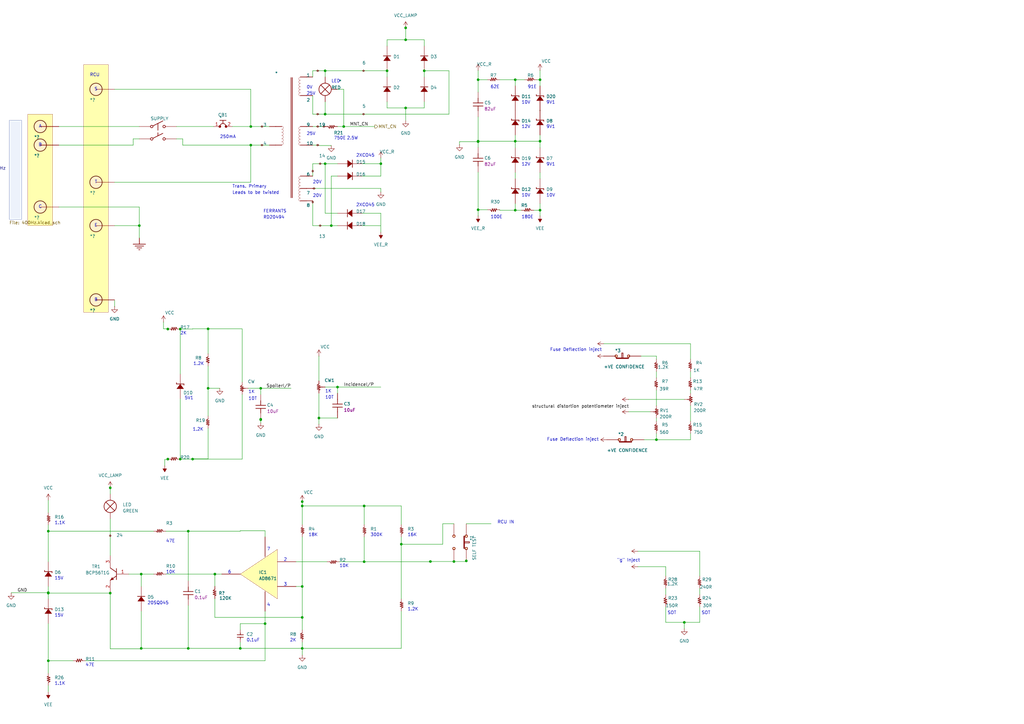
<source format=kicad_sch>
(kicad_sch (version 20231120) (generator "eeschema") (generator_version "8.0")
  (paper "A3")
  (lib_symbols
    (symbol "power:+1V0" (power) (pin_numbers hide) (pin_names (offset 0) hide)
      (property "Value" "+1V0" (at 0 3.556 0))
      (symbol "+1V0_1_1"
        (pin power_in line (at 0 0 90) (length 0) (name "~") (number "1"))
      )
    )
    (symbol "power:GND" (power) (pin_numbers hide) (pin_names (offset 0) hide)
      (property "Value" "GND" (at 0 -3.81 0))
      (symbol "GND_1_1"
        (pin power_in line (at 0 0 270) (length 0) (name "~") (number "1"))
      )
    )
    (symbol "power:VCC" (power) (pin_numbers hide) (pin_names (offset 0) hide)
      (property "Value" "VCC" (at 0 3.556 0))
      (symbol "VCC_1_1"
        (pin power_in line (at 0 0 90) (length 0) (name "~") (number "1"))
      )
    )
    (symbol "power:VEE" (power) (pin_numbers hide) (pin_names (offset 0) hide)
      (property "Value" "VEE" (at 0 3.556 0))
      (symbol "VEE_1_1"
        (pin power_in line (at 0 0 90) (length 0) (name "~") (number "1"))
      )
    )
    (symbol "root_0_PRESS SWITCH_1"
      (property "Reference" "*2" (at 4.572 1.524 0))
      (property "Value" "SELF TEST" (at 7.112 3.556 0))
      (symbol "root_0_PRESS SWITCH_1_1_0"
        (pin passive line (at 0 0 0) (length 5.08) (name "15") (number "15"))
        (pin passive line (at 15.24 0 180) (length 5.08) (name "16") (number "16"))
      )
    )
    (symbol "test-altium-import:GND_POWER_GROUND" (power)
      (property "Reference" "#PWR" (at 0 0 0))
      (property "Value" "GND" (at 0 6.35 0))
      (symbol "GND_POWER_GROUND_0_0"
        (pin power_in line (at 0 0 0) (length 0) hide (name "GND") (number ""))
      )
    )
    (symbol "test-altium-import:root_0_CB"
      (symbol "root_0_CB_1_0"
        (pin passive line (at 0 0 0) (length 2.54) (name "1") (number "1"))
        (pin passive line (at 7.62 0 180) (length 2.54) (name "2") (number "2"))
      )
    )
    (symbol "test-altium-import:root_0_DPST SW"
      (symbol "root_0_DPST SW_1_0"
        (pin passive line (at 0 0 0) (length 4.572) (name "1") (number "1"))
        (pin passive line (at 15.24 0 180) (length 4.572) (name "2") (number "2"))
        (pin passive line (at 0 -5.08 0) (length 4.572) (name "3") (number "3"))
        (pin passive line (at 15.24 -5.08 180) (length 4.572) (name "4") (number "4"))
      )
    )
    (symbol "test-altium-import:root_0_Diode"
      (symbol "root_0_Diode_1_0"
        (pin passive line (at -5.08 0 0) (length 4.064) (name "1") (number "1"))
        (pin passive line (at 5.08 0 180) (length 4.064) (name "2") (number "2"))
      )
    )
    (symbol "test-altium-import:root_0_LED"
      (symbol "root_0_LED_1_0"
        (pin passive line (at 2.54 0 90) (length 2.54) (name "10") (number "10"))
        (pin passive line (at 2.54 10.16 270) (length 2.54) (name "9") (number "9"))
      )
    )
    (symbol "test-altium-import:root_0_PRESS SWITCH"
      (symbol "root_0_PRESS SWITCH_1_0"
        (pin passive line (at 0 0 0) (length 5.08) (name "14") (number "14"))
        (pin passive line (at 0 5.08 0) (length 5.08) (name "15") (number "15"))
        (pin passive line (at 15.24 5.08 180) (length 5.08) (name "16") (number "16"))
        (pin passive line (at 15.24 0 180) (length 5.08) (name "17") (number "17"))
      )
    )
    (symbol "test-altium-import:root_0_R"
      (symbol "root_0_R_1_0"
        (pin passive line (at 0 0 0) (length 1.27) (name "12") (number "12"))
        (pin passive line (at 5.08 0 180) (length 1.27) (name "13") (number "13"))
      )
    )
    (symbol "test-altium-import:root_0_RED"
      (symbol "root_0_RED_1_0"
        (pin passive line (at 2.54 0 90) (length 2.54) (name "10") (number "10"))
        (pin passive line (at 7.62 5.08 180) (length 2.54) (name "11") (number "11"))
        (pin passive line (at 2.54 10.16 270) (length 2.54) (name "9") (number "9"))
      )
    )
    (symbol "test-altium-import:root_0_TF"
      (symbol "root_0_TF_1_0"
        (pin passive line (at 0 15.24 0) (length 2.54) (name "7") (number "7"))
        (pin passive line (at 17.78 -15.24 180) (length 2.54) (name "7") (number "7"))
        (pin passive line (at 17.78 7.62 180) (length 2.54) (name "7") (number "7"))
        (pin passive line (at 17.78 27.94 180) (length 2.54) (name "7") (number "7"))
        (pin passive line (at 0 7.62 0) (length 2.54) (name "8") (number "8"))
        (pin passive line (at 17.78 -10.16 180) (length 2.54) (name "8") (number "8"))
        (pin passive line (at 17.78 -5.08 180) (length 2.54) (name "8") (number "8"))
        (pin passive line (at 17.78 15.24 180) (length 2.54) (name "8") (number "8"))
        (pin passive line (at 17.78 35.56 180) (length 2.54) (name "8") (number "8"))
      )
    )
    (symbol "test-altium-import:root_0_TP-1"
      (symbol "root_0_TP-1_1_0"
        (pin passive line (at 0 0 0) (length 0.254) (name "18") (number "18"))
        (pin passive line (at 1.016 0 180) (length 0.254) (name "19") (number "19"))
      )
    )
    (symbol "test-altium-import:root_0_mirrored_ROHM NPN SOT723 BEC"
      (symbol "root_0_mirrored_ROHM NPN SOT723 BEC_1_0"
        (pin passive line (at 5.08 0 180) (length 5.08) (name "B") (number "1"))
        (pin passive line (at -2.54 -7.62 90) (length 5.08) (name "E") (number "2"))
        (pin passive line (at -2.54 7.62 270) (length 5.08) (name "C") (number "3"))
      )
    )
    (symbol "test-altium-import:root_0_mirrored_TI TL331IDBV"
      (property "Reference" "IC1" (at -2.54 0 0))
      (property "Value" "AD8671" (at -2.54 -2.54 0))
      (symbol "root_0_mirrored_TI TL331IDBV_1_0"
        (pin passive line (at 12.7 5.08 180) (length 7.62) (name "-") (number "2"))
        (pin passive line (at 12.7 -5.08 180) (length 7.62) (name "+") (number "3"))
        (pin power_in line (at 0 -15.24 90) (length 8.128) (name "V-") (number "4"))
        (pin passive line (at -17.78 0 0) (length 7.62) (name "OUT") (number "6"))
        (pin power_in line (at 0 15.24 270) (length 8.128) (name "V+") (number "7"))
      )
    )
    (symbol "test-altium-import:root_1_CAP"
      (symbol "root_1_CAP_1_0"
        (pin passive line (at 0 0 90) (length 1.27) (name "12") (number "12"))
        (pin passive line (at 0 5.08 270) (length 1.27) (name "13") (number "13"))
      )
    )
    (symbol "test-altium-import:root_1_Capacitor"
      (symbol "root_1_Capacitor_1_0"
        (pin passive line (at 0 -5.08 90) (length 2.54) (name "1") (number "1"))
        (pin passive line (at 0 5.08 270) (length 2.54) (name "2") (number "2"))
      )
    )
    (symbol "test-altium-import:root_1_Diode"
      (symbol "root_1_Diode_1_0"
        (pin passive line (at 0 -5.08 90) (length 4.064) (name "1") (number "1"))
        (pin passive line (at 0 5.08 270) (length 4.064) (name "2") (number "2"))
      )
    )
    (symbol "test-altium-import:root_1_Diode Zener"
      (symbol "root_1_Diode Zener_1_0"
        (pin passive line (at 0 -5.08 90) (length 4.064) (name "1") (number "1"))
        (pin passive line (at 0 5.08 270) (length 4.064) (name "2") (number "2"))
      )
    )
    (symbol "test-altium-import:root_1_R"
      (symbol "root_1_R_1_0"
        (pin passive line (at 0 0 90) (length 1.27) (name "12") (number "12"))
        (pin passive line (at 0 5.08 270) (length 1.27) (name "13") (number "13"))
      )
    )
    (symbol "test-altium-import:root_1_TP-1"
      (symbol "root_1_TP-1_1_0"
        (pin passive line (at 0 0 90) (length 0.254) (name "18") (number "18"))
        (pin passive line (at 0 1.016 270) (length 0.254) (name "19") (number "19"))
      )
    )
    (symbol "test-altium-import:root_2_Component_1"
      (symbol "root_2_Component_1_1_0"
        (pin passive line (at 0 0 180) (length 7.62) (name "0") (number "0"))
      )
    )
    (symbol "test-altium-import:root_2_Diode"
      (symbol "root_2_Diode_1_0"
        (pin passive line (at 5.08 0 180) (length 4.064) (name "1") (number "1"))
        (pin passive line (at -5.08 0 0) (length 4.064) (name "2") (number "2"))
      )
    )
    (symbol "test-altium-import:root_2_R"
      (symbol "root_2_R_1_0"
        (pin passive line (at 0 0 180) (length 1.27) (name "12") (number "12"))
        (pin passive line (at -5.08 0 0) (length 1.27) (name "13") (number "13"))
      )
    )
    (symbol "test-altium-import:root_2_TP-1"
      (symbol "root_2_TP-1_1_0"
        (pin passive line (at 0 0 180) (length 0.254) (name "18") (number "18"))
        (pin passive line (at -1.016 0 0) (length 0.254) (name "19") (number "19"))
      )
    )
    (symbol "test-altium-import:root_3_R"
      (symbol "root_3_R_1_0"
        (pin passive line (at 0 0 270) (length 1.27) (name "12") (number "12"))
        (pin passive line (at 0 -5.08 90) (length 1.27) (name "13") (number "13"))
      )
    )
    (symbol "test-altium-import:root_3_RV"
      (symbol "root_3_RV_1_0"
        (pin passive line (at 0 0 270) (length 1.27) (name "12") (number "12"))
        (pin passive line (at 0 -5.08 90) (length 1.27) (name "13") (number "13"))
        (pin passive line (at 2.54 -2.54 180) (length 1.27) (name "13") (number "13"))
      )
    )
    (symbol "test-altium-import:root_3_TP-1"
      (symbol "root_3_TP-1_1_0"
        (pin passive line (at 0 0 270) (length 0.254) (name "18") (number "18"))
        (pin passive line (at 0 -1.016 90) (length 0.254) (name "19") (number "19"))
      )
    )
  )
  (junction (at 98.552 265.938))
  (junction (at 78.994 188.2902))
  (junction (at 88.138 235.458))
  (junction (at 68.834 134.9502))
  (junction (at 221.488 57.912))
  (junction (at 186.182 230.3018))
  (junction (at 85.344 134.874))
  (junction (at 191.262 230.0478))
  (junction (at 173.99 29.0322))
  (junction (at 133.35 29.0322))
  (junction (at 57.15 92.5322))
  (junction (at 45.212 200.0758))
  (junction (at 149.352 207.518))
  (junction (at 196.088 86.0298))
  (junction (at 57.912 265.938))
  (junction (at 196.088 58.0898))
  (junction (at 166.37 11.43))
  (junction (at 123.952 253.238))
  (junction (at 133.35 67.1322))
  (junction (at 57.912 235.458))
  (junction (at 123.952 265.938))
  (junction (at 280.67 255.27))
  (junction (at 106.934 171.958))
  (junction (at 164.592 223.1898))
  (junction (at 102.87 59.5122))
  (junction (at 166.37 16.3322))
  (junction (at 269.24 180.34))
  (junction (at 211.328 32.6898))
  (junction (at 156.21 67.1322))
  (junction (at 196.088 57.912))
  (junction (at 176.53 230.3018))
  (junction (at 123.952 205.74))
  (junction (at 19.812 217.8558))
  (junction (at 123.952 240.538))
  (junction (at 77.216 265.938))
  (junction (at 106.934 172.1358))
  (junction (at 77.216 217.8558))
  (junction (at 221.488 32.6898))
  (junction (at 108.712 255.778))
  (junction (at 138.43 158.75))
  (junction (at 221.488 86.2076))
  (junction (at 123.952 207.518))
  (junction (at 19.812 243.2558))
  (junction (at 73.914 188.2902))
  (junction (at 106.934 159.258))
  (junction (at 19.812 243.078))
  (junction (at 19.812 271.018))
  (junction (at 140.97 51.8922))
  (junction (at 166.37 44.2722))
  (junction (at 85.344 159.258))
  (junction (at 211.328 86.2076))
  (junction (at 135.89 92.5322))
  (junction (at 196.088 32.6898))
  (junction (at 73.914 134.9502))
  (junction (at 45.212 243.2558))
  (junction (at 68.834 188.2902))
  (junction (at 211.328 57.912))
  (junction (at 133.35 46.8122))
  (junction (at 130.81 171.45))
  (junction (at 149.352 230.378))
  (junction (at 158.75 29.0322))
  (junction (at 102.87 51.8922))
  (wire (pts (xy 221.488 35.2298) (xy 221.488 32.6898)))
  (wire (pts (xy 211.328 83.4898) (xy 211.328 86.2076)))
  (wire (pts (xy 129.286 77.2922) (xy 156.21 77.2922)))
  (wire (pts (xy 133.35 31.5722) (xy 133.35 29.0322)))
  (wire (pts (xy 45.212 227.838) (xy 45.212 220.218)))
  (wire (pts (xy 196.088 60.452) (xy 196.088 58.0898)))
  (wire (pts (xy 19.812 281.178) (xy 19.812 283.718)))
  (wire (pts (xy 269.24 152.4) (xy 269.24 154.94)))
  (wire (pts (xy 77.216 217.8558) (xy 77.216 238.1758)))
  (wire (pts (xy 173.99 29.0322) (xy 173.99 31.5722)))
  (wire (pts (xy 221.488 28.8798) (xy 221.488 32.6898)))
  (wire (pts (xy 130.81 171.45) (xy 130.81 173.99)))
  (wire (pts (xy 73.914 188.2902) (xy 73.914 163.576)))
  (wire (pts (xy 221.488 83.4898) (xy 221.488 86.2076)))
  (wire (pts (xy 57.912 266.1158) (xy 45.212 266.1158)))
  (wire (pts (xy 287.02 248.92) (xy 287.02 255.27)))
  (wire (pts (xy 57.912 235.458) (xy 57.912 240.538)))
  (wire (pts (xy 176.53 230.3018) (xy 176.53 230.378)))
  (wire (pts (xy 102.87 51.8922) (xy 106.934 51.8922)))
  (wire (pts (xy 128.27 31.5722) (xy 128.27 29.0322)))
  (wire (pts (xy 19.812 217.8558) (xy 19.812 215.3158)))
  (wire (pts (xy 196.088 28.8798) (xy 196.088 32.6898)))
  (wire (pts (xy 191.262 214.8078) (xy 201.422 214.8078)))
  (wire (pts (xy 128.27 51.8922) (xy 129.794 51.8922)))
  (wire (pts (xy 283.21 152.4) (xy 283.21 154.94)))
  (wire (pts (xy 108.712 217.678) (xy 108.712 220.218)))
  (wire (pts (xy 74.93 59.5122) (xy 74.93 56.9722)))
  (wire (pts (xy 211.328 57.912) (xy 221.488 57.912)))
  (wire (pts (xy 269.24 171.45) (xy 269.24 172.72)))
  (wire (pts (xy 88.138 235.458) (xy 90.932 235.458)))
  (wire (pts (xy 191.262 230.3018) (xy 191.262 230.0478)))
  (wire (pts (xy 131.826 67.1322) (xy 133.35 67.1322)))
  (wire (pts (xy 269.24 180.34) (xy 283.21 180.34)))
  (wire (pts (xy 138.43 87.4522) (xy 133.35 87.4522)))
  (wire (pts (xy 108.712 250.698) (xy 108.712 255.778)))
  (wire (pts (xy 98.552 217.8558) (xy 98.552 217.678)))
  (wire (pts (xy 85.344 134.874) (xy 99.314 134.874)))
  (wire (pts (xy 221.488 57.912) (xy 221.488 55.372)))
  (wire (pts (xy 123.952 215.138) (xy 123.952 207.518)))
  (wire (pts (xy 57.15 92.5322) (xy 57.15 97.6122)))
  (wire (pts (xy 130.81 171.45) (xy 138.43 171.45)))
  (wire (pts (xy 138.43 158.75) (xy 138.43 161.29)))
  (wire (pts (xy 77.216 248.3358) (xy 77.216 265.938)))
  (wire (pts (xy 107.95 59.5122) (xy 110.49 59.5122)))
  (wire (pts (xy 102.87 36.6522) (xy 46.99 36.6522)))
  (wire (pts (xy 73.914 134.9502) (xy 78.994 134.9502)))
  (wire (pts (xy 173.99 16.3322) (xy 173.99 18.8722)))
  (wire (pts (xy 148.59 67.1322) (xy 156.21 67.1322)))
  (wire (pts (xy 149.352 215.138) (xy 149.352 207.518)))
  (wire (pts (xy 135.89 92.5322) (xy 138.43 92.5322)))
  (wire (pts (xy 269.24 177.8) (xy 269.24 180.34)))
  (wire (pts (xy 128.27 46.8122) (xy 129.794 46.8122)))
  (wire (pts (xy 74.93 56.9722) (xy 72.39 56.9722)))
  (wire (pts (xy 264.16 180.34) (xy 269.24 180.34)))
  (wire (pts (xy 128.27 92.5322) (xy 130.81 92.5322)))
  (wire (pts (xy 176.53 230.3018) (xy 186.182 230.3018)))
  (wire (pts (xy 99.314 156.718) (xy 99.314 134.9502)))
  (wire (pts (xy 19.812 271.018) (xy 19.812 255.778)))
  (wire (pts (xy 149.352 207.518) (xy 164.592 207.518)))
  (wire (pts (xy 123.952 205.486) (xy 123.952 205.74)))
  (wire (pts (xy 156.21 64.77) (xy 156.21 67.1322)))
  (wire (pts (xy 45.212 243.078) (xy 45.212 243.2558)))
  (wire (pts (xy 101.854 159.258) (xy 106.934 159.258)))
  (wire (pts (xy 52.832 235.458) (xy 57.912 235.458)))
  (wire (pts (xy 62.992 217.8558) (xy 19.812 217.8558)))
  (wire (pts (xy 67.056 132.08) (xy 67.056 134.874)))
  (wire (pts (xy 283.21 160.02) (xy 283.21 161.29)))
  (wire (pts (xy 68.834 134.9502) (xy 68.834 135.128)))
  (wire (pts (xy 85.344 188.214) (xy 78.994 188.214)))
  (wire (pts (xy 133.35 67.1322) (xy 138.43 67.1322)))
  (wire (pts (xy 98.552 258.318) (xy 98.552 255.778)))
  (wire (pts (xy 257.81 168.91) (xy 266.7 168.91)))
  (wire (pts (xy 73.914 134.9502) (xy 73.914 153.416)))
  (wire (pts (xy 181.61 214.8078) (xy 186.182 214.8078)))
  (wire (pts (xy 108.712 255.778) (xy 108.712 271.018)))
  (wire (pts (xy 88.138 253.238) (xy 123.952 253.238)))
  (wire (pts (xy 73.914 188.2902) (xy 78.994 188.2902)))
  (wire (pts (xy 123.952 263.398) (xy 123.952 265.938)))
  (wire (pts (xy 140.97 51.8922) (xy 153.67 51.8922)))
  (wire (pts (xy 123.952 240.538) (xy 123.952 253.238)))
  (wire (pts (xy 46.99 123.19) (xy 46.99 125.73)))
  (wire (pts (xy 156.21 77.2922) (xy 156.21 78.74)))
  (wire (pts (xy 99.314 161.798) (xy 99.314 188.2902)))
  (wire (pts (xy 156.21 87.4522) (xy 156.21 92.5322)))
  (wire (pts (xy 149.606 29.0322) (xy 158.75 29.0322)))
  (wire (pts (xy 199.898 86.0298) (xy 196.088 86.0298)))
  (wire (pts (xy 57.912 250.698) (xy 57.912 265.938)))
  (wire (pts (xy 45.212 219.202) (xy 45.212 212.7758)))
  (wire (pts (xy 128.27 39.1922) (xy 128.27 46.8122)))
  (wire (pts (xy 85.344 159.258) (xy 85.344 170.6118)))
  (wire (pts (xy 211.328 57.912) (xy 211.328 55.372)))
  (wire (pts (xy 45.212 202.6158) (xy 45.212 200.0758)))
  (wire (pts (xy 196.088 57.912) (xy 211.328 57.912)))
  (wire (pts (xy 181.61 223.1898) (xy 181.61 214.8078)))
  (wire (pts (xy 287.02 241.3) (xy 287.02 243.84)))
  (wire (pts (xy 106.68 171.8818) (xy 106.68 172.1358)))
  (wire (pts (xy 19.812 271.018) (xy 29.972 271.018)))
  (wire (pts (xy 186.182 230.3018) (xy 186.182 230.0478)))
  (wire (pts (xy 138.43 158.75) (xy 156.21 158.75)))
  (wire (pts (xy 121.412 230.378) (xy 134.112 230.378)))
  (wire (pts (xy 130.81 59.69) (xy 135.89 59.69)))
  (wire (pts (xy 130.81 146.05) (xy 130.81 156.21)))
  (wire (pts (xy 221.488 86.2076) (xy 221.488 88.5698)))
  (wire (pts (xy 85.344 159.258) (xy 90.17 159.258)))
  (wire (pts (xy 107.95 51.8922) (xy 110.49 51.8922)))
  (wire (pts (xy 204.978 32.6898) (xy 211.328 32.6898)))
  (wire (pts (xy 196.088 32.6898) (xy 199.898 32.6898)))
  (wire (pts (xy 164.592 223.1898) (xy 164.592 245.618)))
  (wire (pts (xy 184.15 46.8122) (xy 184.15 29.0322)))
  (wire (pts (xy 131.826 92.5322) (xy 135.89 92.5322)))
  (wire (pts (xy 88.138 245.5418) (xy 88.138 253.238)))
  (wire (pts (xy 280.67 255.27) (xy 287.02 255.27)))
  (wire (pts (xy 261.62 232.41) (xy 273.05 232.41)))
  (wire (pts (xy 19.812 243.078) (xy 19.812 240.538)))
  (wire (pts (xy 128.27 72.2122) (xy 128.27 70.6882)))
  (wire (pts (xy 158.75 29.0322) (xy 158.75 31.5722)))
  (wire (pts (xy 46.99 74.7522) (xy 102.87 74.7522)))
  (wire (pts (xy 128.27 59.5122) (xy 129.794 59.5122)))
  (wire (pts (xy 166.37 11.43) (xy 166.37 11.2522)))
  (wire (pts (xy 68.072 235.458) (xy 88.138 235.458)))
  (wire (pts (xy 149.352 230.378) (xy 176.53 230.378)))
  (wire (pts (xy 191.262 230.0478) (xy 191.516 230.0478)))
  (wire (pts (xy 164.592 207.518) (xy 164.592 215.138)))
  (wire (pts (xy 24.13 84.9122) (xy 57.15 84.9122)))
  (wire (pts (xy 196.088 58.0898) (xy 196.088 57.912)))
  (wire (pts (xy 128.27 83.3882) (xy 128.27 92.5322)))
  (wire (pts (xy 68.834 134.874) (xy 67.056 134.874)))
  (wire (pts (xy 77.216 265.938) (xy 57.912 265.938)))
  (wire (pts (xy 102.87 59.5122) (xy 74.93 59.5122)))
  (wire (pts (xy 262.89 146.05) (xy 269.24 146.05)))
  (wire (pts (xy 273.05 232.41) (xy 273.05 236.22)))
  (wire (pts (xy 4.572 243.078) (xy 19.812 243.078)))
  (wire (pts (xy 149.352 207.518) (xy 123.952 207.518)))
  (wire (pts (xy 273.05 255.27) (xy 280.67 255.27)))
  (wire (pts (xy 211.328 45.212) (xy 211.328 45.3898)))
  (wire (pts (xy 102.87 51.8922) (xy 102.87 36.6522)))
  (wire (pts (xy 247.65 140.97) (xy 283.21 140.97)))
  (wire (pts (xy 128.27 69.6722) (xy 128.27 67.1322)))
  (wire (pts (xy 158.75 44.2722) (xy 166.37 44.2722)))
  (wire (pts (xy 140.97 36.6522) (xy 140.97 51.8922)))
  (wire (pts (xy 45.212 243.2558) (xy 45.212 266.1158)))
  (wire (pts (xy 257.81 163.83) (xy 280.67 163.83)))
  (wire (pts (xy 138.43 36.6522) (xy 140.97 36.6522)))
  (wire (pts (xy 196.088 32.6898) (xy 196.088 37.7698)))
  (wire (pts (xy 269.24 146.05) (xy 269.24 147.32)))
  (wire (pts (xy 221.488 57.912) (xy 221.488 60.6298)))
  (wire (pts (xy 283.21 166.37) (xy 283.21 172.72)))
  (wire (pts (xy 156.21 92.71) (xy 156.21 95.25)))
  (wire (pts (xy 273.05 248.92) (xy 273.05 255.27)))
  (wire (pts (xy 148.59 72.2122) (xy 156.21 72.2122)))
  (wire (pts (xy 123.952 265.938) (xy 98.552 265.938)))
  (wire (pts (xy 106.934 171.958) (xy 106.934 172.1358)))
  (wire (pts (xy 280.67 255.27) (xy 280.67 257.81)))
  (wire (pts (xy 123.952 266.1158) (xy 123.952 268.6558)))
  (wire (pts (xy 68.834 188.2902) (xy 68.834 188.468)))
  (wire (pts (xy 19.812 243.078) (xy 19.812 243.2558)))
  (wire (pts (xy 85.344 150.114) (xy 85.344 159.258)))
  (wire (pts (xy 45.212 200.0758) (xy 45.212 199.898)))
  (wire (pts (xy 133.35 29.0322) (xy 148.59 29.0322)))
  (wire (pts (xy 188.468 59.3598) (xy 188.468 58.0898)))
  (wire (pts (xy 19.812 217.8558) (xy 19.812 230.378)))
  (wire (pts (xy 211.328 35.2298) (xy 211.328 32.6898)))
  (wire (pts (xy 220.218 32.6898) (xy 221.488 32.6898)))
  (wire (pts (xy 149.352 230.378) (xy 149.352 220.218)))
  (wire (pts (xy 184.15 29.0322) (xy 173.99 29.0322)))
  (wire (pts (xy 261.62 226.06) (xy 287.02 226.06)))
  (wire (pts (xy 273.05 241.3) (xy 273.05 243.84)))
  (wire (pts (xy 123.952 205.74) (xy 123.952 207.518)))
  (wire (pts (xy 68.834 134.874) (xy 68.834 134.9502)))
  (wire (pts (xy 77.216 265.938) (xy 98.552 265.938)))
  (wire (pts (xy 68.834 188.214) (xy 68.834 188.2902)))
  (wire (pts (xy 166.37 16.3322) (xy 173.99 16.3322)))
  (wire (pts (xy 196.088 86.0298) (xy 196.088 88.5698)))
  (wire (pts (xy 54.61 59.5122) (xy 54.61 56.9722)))
  (wire (pts (xy 133.35 158.75) (xy 138.43 158.75)))
  (wire (pts (xy 88.138 235.458) (xy 88.138 240.4618)))
  (wire (pts (xy 158.75 41.7322) (xy 158.75 44.2722)))
  (wire (pts (xy 128.27 67.1322) (xy 130.81 67.1322)))
  (wire (pts (xy 221.488 45.212) (xy 221.488 45.3898)))
  (wire (pts (xy 269.24 160.02) (xy 269.24 166.37)))
  (wire (pts (xy 19.812 210.2358) (xy 19.812 205.1558)))
  (wire (pts (xy 57.15 84.9122) (xy 57.15 92.5322)))
  (wire (pts (xy 158.75 16.3322) (xy 166.37 16.3322)))
  (wire (pts (xy 128.27 29.0322) (xy 129.794 29.0322)))
  (wire (pts (xy 77.216 217.8558) (xy 98.552 217.8558)))
  (wire (pts (xy 188.468 58.0898) (xy 196.088 58.0898)))
  (wire (pts (xy 130.81 51.8922) (xy 132.334 51.8922)))
  (wire (pts (xy 98.552 217.678) (xy 108.712 217.678)))
  (wire (pts (xy 24.13 51.8922) (xy 57.15 51.8922)))
  (wire (pts (xy 102.87 74.7522) (xy 102.87 59.5122)))
  (wire (pts (xy 211.328 86.2076) (xy 213.868 86.2076)))
  (wire (pts (xy 85.344 145.034) (xy 85.344 134.874)))
  (wire (pts (xy 106.934 159.258) (xy 106.934 161.798)))
  (wire (pts (xy 204.978 86.2076) (xy 211.328 86.2076)))
  (wire (pts (xy 133.35 46.8122) (xy 148.59 46.8122)))
  (wire (pts (xy 19.812 276.098) (xy 19.812 271.018)))
  (wire (pts (xy 106.934 171.8818) (xy 106.934 171.958)))
  (wire (pts (xy 130.81 29.0322) (xy 133.35 29.0322)))
  (wire (pts (xy 106.934 159.258) (xy 119.38 159.258)))
  (wire (pts (xy 95.25 51.8922) (xy 102.87 51.8922)))
  (wire (pts (xy 158.75 18.8722) (xy 158.75 16.3322)))
  (wire (pts (xy 211.328 57.912) (xy 211.328 60.6298)))
  (wire (pts (xy 204.978 86.2076) (xy 204.978 86.0298)))
  (wire (pts (xy 164.592 223.1898) (xy 181.61 223.1898)))
  (wire (pts (xy 166.37 44.2722) (xy 173.99 44.2722)))
  (wire (pts (xy 139.192 230.378) (xy 149.352 230.378)))
  (wire (pts (xy 164.592 265.938) (xy 164.592 250.698)))
  (wire (pts (xy 123.952 240.538) (xy 123.952 220.218)))
  (wire (pts (xy 156.21 67.1322) (xy 156.21 72.2122)))
  (wire (pts (xy 149.606 46.8122) (xy 184.15 46.8122)))
  (wire (pts (xy 148.59 92.5322) (xy 156.21 92.5322)))
  (wire (pts (xy 67.564 188.468) (xy 67.564 191.008)))
  (wire (pts (xy 148.59 87.4522) (xy 156.21 87.4522)))
  (wire (pts (xy 98.552 255.778) (xy 108.712 255.778)))
  (wire (pts (xy 121.412 240.538) (xy 123.952 240.538)))
  (wire (pts (xy 196.088 57.912) (xy 196.088 47.9298)))
  (wire (pts (xy 283.21 147.32) (xy 283.21 140.97)))
  (wire (pts (xy 123.952 258.318) (xy 123.952 253.238)))
  (wire (pts (xy 57.912 235.458) (xy 62.992 235.458)))
  (wire (pts (xy 173.99 44.2722) (xy 173.99 41.7322)))
  (wire (pts (xy 78.994 188.214) (xy 78.994 188.2902)))
  (wire (pts (xy 24.13 59.5122) (xy 54.61 59.5122)))
  (wire (pts (xy 19.812 243.2558) (xy 19.812 245.618)))
  (wire (pts (xy 138.43 51.8922) (xy 140.97 51.8922)))
  (wire (pts (xy 46.99 92.5322) (xy 57.15 92.5322)))
  (wire (pts (xy 68.072 217.8558) (xy 77.216 217.8558)))
  (wire (pts (xy 54.61 56.9722) (xy 57.15 56.9722)))
  (wire (pts (xy 218.948 86.2076) (xy 221.488 86.2076)))
  (wire (pts (xy 130.81 161.4678) (xy 130.81 171.45)))
  (wire (pts (xy 164.592 220.218) (xy 164.592 223.1898)))
  (wire (pts (xy 176.276 230.3018) (xy 176.53 230.3018)))
  (wire (pts (xy 135.89 72.2122) (xy 135.89 92.5322)))
  (wire (pts (xy 72.39 51.8922) (xy 87.63 51.8922)))
  (wire (pts (xy 211.328 73.3298) (xy 211.328 70.7898)))
  (wire (pts (xy 138.43 72.2122) (xy 135.89 72.2122)))
  (wire (pts (xy 78.994 188.2902) (xy 99.314 188.2902)))
  (wire (pts (xy 106.934 172.1358) (xy 106.934 173.4058)))
  (wire (pts (xy 108.712 271.018) (xy 35.052 271.018)))
  (wire (pts (xy 78.994 134.874) (xy 85.344 134.874)))
  (wire (pts (xy 78.994 134.874) (xy 78.994 134.9502)))
  (wire (pts (xy 166.37 44.2722) (xy 166.37 49.3522)))
  (wire (pts (xy 57.912 266.1158) (xy 57.912 265.938)))
  (wire (pts (xy 196.088 70.612) (xy 196.088 86.0298)))
  (wire (pts (xy 19.812 243.2558) (xy 45.212 243.2558)))
  (wire (pts (xy 133.35 46.8122) (xy 133.35 41.7322)))
  (wire (pts (xy 211.328 32.6898) (xy 215.138 32.6898)))
  (wire (pts (xy 98.552 263.398) (xy 98.552 265.938)))
  (wire (pts (xy 67.564 188.468) (xy 68.834 188.468)))
  (wire (pts (xy 166.37 16.3322) (xy 166.37 11.43)))
  (wire (pts (xy 130.81 46.8122) (xy 133.35 46.8122)))
  (wire (pts (xy 85.344 175.6918) (xy 85.344 188.214)))
  (wire (pts (xy 106.934 59.5122) (xy 102.87 59.5122)))
  (wire (pts (xy 283.21 177.8) (xy 283.21 180.34)))
  (wire (pts (xy 186.182 230.3018) (xy 191.262 230.3018)))
  (wire (pts (xy 123.952 265.938) (xy 164.592 265.938)))
  (wire (pts (xy 106.934 172.1358) (xy 106.68 172.1358)))
  (wire (pts (xy 221.488 73.3298) (xy 221.488 70.7898)))
  (wire (pts (xy 287.02 226.06) (xy 287.02 236.22)))
  (wire (pts (xy 133.35 87.4522) (xy 133.35 67.1322)))
  (rectangle (start 44.45 26.4922) (end 34.29 128.0922) (stroke (width 0.0254) (color 128 0 0 1)) (fill (type color) (color 255 255 176 1)))
  (rectangle (start 21.59 46.8122) (end 11.43 92.5322) (stroke (width 0.0254) (color 128 0 0 1)) (fill (type color) (color 255 255 176 1)))
  (text "62E" (at 201.168 36.4998 0) (effects (font (size 1.27 1.27)) (justify left bottom)))
  (text "SOT" (at 275.59 251.46 0) (effects (font (size 1.27 1.27))))
  (text "7" (at 109.474 226.06 0) (effects (font (size 1.27 1.27)) (justify left bottom)))
  (text "15V" (at 22.352 237.998 0) (effects (font (size 1.27 1.27)) (justify left bottom)))
  (text "300K" (at 151.892 220.218 0) (effects (font (size 1.27 1.27)) (justify left bottom)))
  (text "" (at 133.35 163.83 0) (effects (font (size 1.27 1.27)) (justify left bottom)))
  (text "2XCO45" (at 146.05 84.9122 0) (effects (font (size 1.27 1.27)) (justify left bottom)))
  (text "180E" (at 213.868 89.8398 0) (effects (font (size 1.27 1.27)) (justify left bottom)))
  (text "250mA" (at 90.17 56.9722 0) (effects (font (size 1.27 1.27)) (justify left bottom)))
  (text "RCU IN" (at 203.962 214.9856 0) (effects (font (size 1.27 1.27)) (justify left bottom)))
  (text "100E" (at 201.168 89.8398 0) (effects (font (size 1.27 1.27)) (justify left bottom)))
  (text "1K" (at 101.854 161.544 0) (effects (font (size 1.27 1.27)) (justify left bottom)))
  (text "20SQ045" (at 60.452 248.158 0) (effects (font (size 1.27 1.27)) (justify left bottom)))
  (text "RCU" (at 36.83 31.5722 0) (effects (font (size 1.27 1.27)) (justify left bottom)))
  (text "0.1uF" (at 101.092 263.398 0) (effects (font (size 1.27 1.27)) (justify left bottom)))
  (text "91E" (at 216.408 36.4998 0) (effects (font (size 1.27 1.27)) (justify left bottom)))
  (text "T" (at 39.37 74.7522 0) (effects (font (size 1.27 1.27))))
  (text "6" (at 93.472 235.458 0) (effects (font (size 1.27 1.27)) (justify left bottom)))
  (text "20V" (at 128.27 75.5142 0) (effects (font (size 1.27 1.27)) (justify left bottom)))
  (text "2.5W" (at 142.24 57.4802 0) (effects (font (size 1.27 1.27)) (justify left bottom)))
  (text "9V1" (at 224.028 52.832 0) (effects (font (size 1.27 1.27)) (justify left bottom)))
  (text "C" (at 16.51 84.9122 0) (effects (font (size 1.27 1.27))))
  (text "2XCO45" (at 146.05 64.5922 0) (effects (font (size 1.27 1.27)) (justify left bottom)))
  (text "12V" (at 213.868 52.832 0) (effects (font (size 1.27 1.27)) (justify left bottom)))
  (text "1.1K" (at 22.352 281.178 0) (effects (font (size 1.27 1.27)) (justify left bottom)))
  (text "2K" (at 73.914 137.4902 0) (effects (font (size 1.27 1.27)) (justify left bottom)))
  (text "S" (at 39.37 36.6522 0) (effects (font (size 1.27 1.27))))
  (text "B" (at 16.51 59.5122 0) (effects (font (size 1.27 1.27))))
  (text "1K" (at 133.35 161.29 0) (effects (font (size 1.27 1.27)) (justify left bottom)))
  (text "10K" (at 139.192 232.918 0) (effects (font (size 1.27 1.27)) (justify left bottom)))
  (text "LED" (at 135.89 34.1122 0) (effects (font (size 1.27 1.27)) (justify left bottom)))
  (text "Fuse Deflection inject\n" (at 234.95 180.34 0) (effects (font (size 1.27 1.27))))
  (text "10V" (at 213.868 42.8498 0) (effects (font (size 1.27 1.27)) (justify left bottom)))
  (text "0V" (at 125.73 36.6522 0) (effects (font (size 1.27 1.27)) (justify left bottom)))
  (text "4" (at 109.474 248.92 0) (effects (font (size 1.27 1.27)) (justify left bottom)))
  (text "25V" (at 125.73 39.1922 0) (effects (font (size 1.27 1.27)) (justify left bottom)))
  (text "18K" (at 126.492 220.218 0) (effects (font (size 1.27 1.27)) (justify left bottom)))
  (text "1.1K" (at 22.352 215.3158 0) (effects (font (size 1.27 1.27)) (justify left bottom)))
  (text "1.2K" (at 78.994 176.9618 0) (effects (font (size 1.27 1.27)) (justify left bottom)))
  (text "15V" (at 22.352 253.238 0) (effects (font (size 1.27 1.27)) (justify left bottom)))
  (text "1.2K" (at 79.248 150.0378 0) (effects (font (size 1.27 1.27)) (justify left bottom)))
  (text "9V1" (at 224.028 68.2498 0) (effects (font (size 1.27 1.27)) (justify left bottom)))
  (text "SOT" (at 289.56 251.46 0) (effects (font (size 1.27 1.27))))
  (text "E" (at 39.37 92.5322 0) (effects (font (size 1.27 1.27))))
  (text "9V1" (at 224.028 42.8498 0) (effects (font (size 1.27 1.27)) (justify left bottom)))
  (text "10V" (at 224.028 80.9498 0) (effects (font (size 1.27 1.27)) (justify left bottom)))
  (text "12V" (at 213.868 68.2498 0) (effects (font (size 1.27 1.27)) (justify left bottom)))
  (text "10T" (at 133.35 163.83 0) (effects (font (size 1.27 1.27)) (justify left bottom)))
  (text "Trans. Primary" (at 95.25 77.2922 0) (effects (font (size 1.27 1.27)) (justify left bottom)))
  (text "47E" (at 68.072 222.758 0) (effects (font (size 1.27 1.27)) (justify left bottom)))
  (text "10K" (at 68.072 235.458 0) (effects (font (size 1.27 1.27)) (justify left bottom)))
  (text "5V1" (at 75.692 164.084 0) (effects (font (size 1.27 1.27)) (justify left bottom)))
  (text "16K" (at 167.132 220.218 0) (effects (font (size 1.27 1.27)) (justify left bottom)))
  (text "3" (at 116.332 240.538 0) (effects (font (size 1.27 1.27)) (justify left bottom)))
  (text "20V" (at 128.27 81.1022 0) (effects (font (size 1.27 1.27)) (justify left bottom)))
  (text "2" (at 116.332 230.378 0) (effects (font (size 1.27 1.27)) (justify left bottom)))
  (text "Fuse Deflection inject\n" (at 236.22 143.51 0) (effects (font (size 1.27 1.27))))
  (text "1.2K" (at 167.132 250.698 0) (effects (font (size 1.27 1.27)) (justify left bottom)))
  (text "47E" (at 35.052 273.558 0) (effects (font (size 1.27 1.27)) (justify left bottom)))
  (text "10V" (at 213.868 80.9498 0) (effects (font (size 1.27 1.27)) (justify left bottom)))
  (text "2K" (at 118.872 263.398 0) (effects (font (size 1.27 1.27)) (justify left bottom)))
  (text "B" (at 39.37 123.0122 0) (effects (font (size 1.27 1.27))))
  (text "10T" (at 101.854 164.338 0) (effects (font (size 1.27 1.27)) (justify left bottom)))
  (text "A" (at 16.51 51.8922 0) (effects (font (size 1.27 1.27))))
  (text "FERRANTS" (at 107.95 87.4522 0) (effects (font (size 1.27 1.27)) (justify left bottom)))
  (text "750E" (at 136.906 57.4802 0) (effects (font (size 1.27 1.27)) (justify left bottom)))
  (text "\"g\" Inject" (at 257.81 229.87 0) (effects (font (size 1.27 1.27))))
  (text "RD20494" (at 107.95 89.9922 0) (effects (font (size 1.27 1.27)) (justify left bottom)))
  (text "25V" (at 125.73 55.7022 0) (effects (font (size 1.27 1.27)) (justify left bottom)))
  (text "Leads to be twisted" (at 95.25 79.8322 0) (effects (font (size 1.27 1.27)) (justify left bottom)))
  (label "MNT_CN" (at 143.51 51.8922 0))
  (label "GND" (at 7.112 243.078 0))
  (label "IncidenceI/P" (at 140.97 158.75 0))
  (label "SpoilerI/P" (at 109.22 159.258 0))
  (label " structural distortion potentiometer inject" (at 217.17 167.64 0))
  (hierarchical_label "MNT_CN" (shape output) (at 153.67 51.8922 0))
  (symbol (lib_id "test-altium-import:root_1_Diode Zener") (at 211.328 50.292 0) (unit 1)
    (property "Reference" "D14" (at 213.868 50.292 0) (effects (justify left bottom)))
    (property "Value" "${PART NUMBER}" (effects (hide yes)))
    (property "Footprint" "DO214AC SMA" (effects (hide yes)))
    (property "Description" "DIODE ZENER" (effects (hide yes)))
    (property "PART NUMBER" "1PGSMA150Z R3G" (effects (hide yes)))
    (property "COMPONENTLINK1DESCRIPTION" "Datasheet" (effects (hide yes)))
    (property "COMPONENTLINK1URL" "https://www.taiwansemi.com/products/datasheet/1PGSMA%20SERIES_A1707.pdf" (effects (hide yes)))
    (property "COMPONENTLINK2DESCRIPTION" "DigiKey Link" (effects (hide yes)))
    (property "COMPONENTLINK2URL" "http://digikey.com/product-detail/en/taiwan-semiconductor-corporation/1PGSMA150Z-R3G/1PGSMA150ZR3GCT-ND/8600462" (effects (hide yes)))
    (property "CURRENT - REVERSE LEAKAGE @ VR" "1µA @ 114V" (effects (hide yes)))
    (property "IMPEDANCE (MAX) (ZZT)" "1 kOhms" (effects (hide yes)))
    (property "LASTUPDATED" "03-06-2024 19:55:29" (effects (hide yes)))
    (property "LIFECYCLE STATUS" "Active" (effects (hide yes)))
    (property "MANUFACTURER" "Taiwan Semiconductor Corporation" (effects (hide yes)))
    (property "MINIMUM ORDER" "1" (effects (hide yes)))
    (property "MOUNTING TYPE" "Surface Mount" (effects (hide yes)))
    (property "OPERATING TEMPERATURE" "-55°C ~ 175°C (TJ)" (effects (hide yes)))
    (property "PACKAGE / CASE" "DO-214AC, SMA" (effects (hide yes)))
    (property "PACKAGING" "TapeAndReel" (effects (hide yes)))
    (property "PARTID" "1252" (effects (hide yes)))
    (property "PART STATUS" "Active" (effects (hide yes)))
    (property "POWER - MAX" "1.25W" (effects (hide yes)))
    (property "PRICE" "0.12" (effects (hide yes)))
    (property "SERIES" "-" (effects (hide yes)))
    (property "SUPPLIER 1" "DigiKey" (effects (hide yes)))
    (property "SUPPLIER PART NUMBER 1" "1PGSMA150ZR3GCT-ND" (effects (hide yes)))
    (property "SUPPLIER DEVICE PACKAGE" "DO-214AC (SMA)" (effects (hide yes)))
    (property "TOLERANCE" "±5%" (effects (hide yes)))
    (property "VOLTAGE - FORWARD (VF) (MAX) @ IF" "1.2V @ 200mA" (effects (hide yes)))
    (property "VOLTAGE - ZENER (NOM) (VZ)" "150V" (effects (hide yes)))
  )
  (symbol (lib_name "test-altium-import:root_3_RV") (lib_id "test-altium-import:root_3_RV") (at 130.81 156.21 0) (unit 1)
    (property "Reference" "CW1" (at 133.096 156.718 0) (effects (justify left bottom)))
    (property "Value" "RV" (effects (hide yes)))
  )
  (symbol (lib_id "test-altium-import:root_1_R") (at 287.02 243.84 180) (unit 1)
    (property "Reference" "R24" (at 291.846 244.602 0) (effects (justify left bottom)))
    (property "Value" "30R" (at 292.1 247.65 0) (effects (justify left bottom)))
  )
  (symbol (lib_id "test-altium-import:root_2_Component_1") (at 24.13 84.9122 0) (unit 1)
    (property "Reference" "*?" (at 13.97 89.9922 0) (effects (justify left bottom)))
    (property "Value" "Component_1" (effects (hide yes)))
  )
  (symbol (lib_id "test-altium-import:root_1_Diode") (at 158.75 36.6522 0) (unit 1)
    (property "Reference" "D2" (at 161.29 36.6522 0) (effects (justify left bottom)))
    (property "Value" "${PART NUMBER}" (effects (hide yes)))
    (property "Footprint" "DIODES SOT-523" (effects (hide yes)))
    (property "Description" "DIODE GEN PURP 85V 215MA SOT523" (effects (hide yes)))
    (property "PART NUMBER" "BAS116T-7-F" (effects (hide yes)))
    (property "CAPACITANCE @ VR, F" "2pF @ 0V, 1MHz" (effects (hide yes)))
    (property "COMPONENTLINK1DESCRIPTION" "Datasheet" (effects (hide yes)))
    (property "COMPONENTLINK1URL" "https://www.diodes.com/assets/Datasheets/ds30258.pdf" (effects (hide yes)))
    (property "COMPONENTLINK2DESCRIPTION" "DigiKey Link" (effects (hide yes)))
    (property "COMPONENTLINK2URL" "https://www.digikey.com/en/products/detail/diodes-incorporated/BAS116T-7-F/814989" (effects (hide yes)))
    (property "CURRENT - AVERAGE RECTIFIED (IO)" "215mA" (effects (hide yes)))
    (property "CURRENT - REVERSE LEAKAGE @ VR" "5 nA @ 75 V" (effects (hide yes)))
    (property "DIODE TYPE" "Standard" (effects (hide yes)))
    (property "LASTUPDATED" "03-06-2024 20:01:40" (effects (hide yes)))
    (property "LIFECYCLE STATUS" "Active" (effects (hide yes)))
    (property "MANUFACTURER" "Diodes Incorporated" (effects (hide yes)))
    (property "MINIMUM ORDER" "1" (effects (hide yes)))
    (property "MOUNTING TYPE" "Surface Mount" (effects (hide yes)))
    (property "OPERATING TEMPERATURE - JUNCTION" "-65°C ~ 150°C" (effects (hide yes)))
    (property "PACKAGE / CASE" "SOT-523" (effects (hide yes)))
    (property "PACKAGING" "TapeAndReel" (effects (hide yes)))
    (property "PARTID" "1" (effects (hide yes)))
    (property "PART STATUS" "Active" (effects (hide yes)))
    (property "PRICE" "0.03" (effects (hide yes)))
    (property "REVERSE RECOVERY TIME (TRR)" "3 µs" (effects (hide yes)))
    (property "SERIES" "-" (effects (hide yes)))
    (property "SPEED" "Standard Recovery >500ns, > 200mA (Io)" (effects (hide yes)))
    (property "SUPPLIER 1" "DigiKey" (effects (hide yes)))
    (property "SUPPLIER PART NUMBER 1" "BAS116T-FDICT-ND" (effects (hide yes)))
    (property "SUPPLIER DEVICE PACKAGE" "SOT-523" (effects (hide yes)))
    (property "VOLTAGE - DC REVERSE (VR) (MAX)" "85 V" (effects (hide yes)))
    (property "VOLTAGE - FORWARD (VF) (MAX) @ IF" "1.25 V @ 150 mA" (effects (hide yes)))
  )
  (symbol (lib_id "power:VCC") (at 123.952 205.74 0) (unit 1)
    (property "Reference" "#PWR032" (effects (hide yes)))
    (property "Value" "VCC" (at 126.492 201.93 0))
    (property "Description" "Power symbol creates a global label with name \"VCC\"" (effects (hide yes)))
  )
  (symbol (lib_id "test-altium-import:root_3_R") (at 85.344 170.6118 0) (unit 1)
    (property "Reference" "R19" (at 80.264 173.1518 0) (effects (justify left bottom)))
    (property "Value" "R" (effects (hide yes)))
  )
  (symbol (lib_id "test-altium-import:root_0_TP-1") (at 129.794 46.8122 0) (unit 1)
    (property "Reference" "2" (at 125.73 41.7322 0) (effects (justify left bottom)))
    (property "Value" "TP-1" (effects (hide yes)))
  )
  (symbol (lib_id "test-altium-import:root_1_R") (at 19.812 215.3158 0) (unit 1)
    (property "Reference" "R16" (at 22.352 212.7758 0) (effects (justify left bottom)))
    (property "Value" "R" (effects (hide yes)))
  )
  (symbol (lib_id "test-altium-import:root_2_R") (at 35.052 271.018 0) (unit 1)
    (property "Reference" "R11" (at 35.052 271.018 0) (effects (justify left bottom)))
    (property "Value" "R" (effects (hide yes)))
  )
  (symbol (lib_id "power:GND") (at 135.89 59.69 0) (unit 1)
    (property "Reference" "#PWR011" (effects (hide yes)))
    (property "Value" "GND" (at 135.89 64.77 0))
    (property "Description" "Power symbol creates a global label with name \"GND\" , ground" (effects (hide yes)))
  )
  (symbol (lib_id "test-altium-import:root_1_Capacitor") (at 196.088 42.8498 0) (unit 1)
    (property "Reference" "C5" (at 198.628 42.8498 0) (effects (justify left bottom)))
    (property "Value" "${ALTIUM_VALUE}" (effects (hide yes)))
    (property "Footprint" "MURATA GJM033 0201_0603" (effects (hide yes)))
    (property "Description" "CAP CER 0.6PF 50V C0G/NP0 0201" (effects (hide yes)))
    (property "PART NUMBER" "GJM0335C1HR60WB01D" (effects (hide yes)))
    (property "ALTIUM_VALUE" "82uF" (at 198.628 45.3898 0) (effects (justify left bottom)))
    (property "APPLICATIONS" "RF, Microwave, High Frequency" (effects (hide yes)))
    (property "CAPACITANCE" "0.6 pF" (effects (hide yes)))
    (property "COMPONENTLINK1DESCRIPTION" "Datasheet" (effects (hide yes)))
    (property "COMPONENTLINK1URL" "https://search.murata.co.jp/Ceramy/image/img/A01X/G101/ENG/GJM0335C1HR60WB01-01.pdf" (effects (hide yes)))
    (property "COMPONENTLINK2DESCRIPTION" "DigiKey Link" (effects (hide yes)))
    (property "COMPONENTLINK2URL" "https://www.digikey.com/en/products/detail/murata-electronics/GJM0335C1HR60WB01D/9759043" (effects (hide yes)))
    (property "DEVICE PACKAGE" "0201 (0603 Metric)" (effects (hide yes)))
    (property "FEATURES" "High Q, Low Loss" (effects (hide yes)))
    (property "LASTUPDATED" "20-07-2024 00:14:17" (effects (hide yes)))
    (property "LIFECYCLE STATUS" "Active" (effects (hide yes)))
    (property "MANUFACTURER" "Murata Electronics" (effects (hide yes)))
    (property "MINIMUM ORDER" "1" (effects (hide yes)))
    (property "MOUNTING TYPE" "Surface Mount, MLCC" (effects (hide yes)))
    (property "OPERATING TEMPERATURE" "-55°C ~ 125°C" (effects (hide yes)))
    (property "PACKAGE / CASE" "0201 (0603 Metric)" (effects (hide yes)))
    (property "PACKAGING" "TapeAndReel" (effects (hide yes)))
    (property "PARTID" "1" (effects (hide yes)))
    (property "PART STATUS" "Active" (effects (hide yes)))
    (property "PRICE" "0.01" (effects (hide yes)))
    (property "SERIES" "GJM" (effects (hide yes)))
    (property "SIZE / DIMENSION" "0.024\" L x 0.012\" W (0.60mm x 0.30mm)" (effects (hide yes)))
    (property "SUPPLIER 1" "DigiKey" (effects (hide yes)))
    (property "SUPPLIER PART NUMBER 1" "490-17142-1-ND" (effects (hide yes)))
    (property "TEMPERATURE COEFFICIENT" "C0G, NP0" (effects (hide yes)))
    (property "THICKNESS (MAX)" "0.013\" (0.33mm)" (effects (hide yes)))
    (property "TOLERANCE" "±0.05pF" (effects (hide yes)))
    (property "VOLTAGE - RATED" "50V" (effects (hide yes)))
  )
  (symbol (lib_id "test-altium-import:root_0_Diode") (at 143.51 67.1322 0) (unit 1)
    (property "Reference" "D15" (at 146.05 67.1322 0) (effects (justify left bottom)))
    (property "Value" "${PART NUMBER}" (effects (hide yes)))
    (property "Footprint" "DIODES SOT-523" (effects (hide yes)))
    (property "Description" "DIODE GEN PURP 85V 215MA SOT523" (effects (hide yes)))
    (property "PART NUMBER" "BAS116T-7-F" (effects (hide yes)))
    (property "CAPACITANCE @ VR, F" "2pF @ 0V, 1MHz" (effects (hide yes)))
    (property "COMPONENTLINK1DESCRIPTION" "Datasheet" (effects (hide yes)))
    (property "COMPONENTLINK1URL" "https://www.diodes.com/assets/Datasheets/ds30258.pdf" (effects (hide yes)))
    (property "COMPONENTLINK2DESCRIPTION" "DigiKey Link" (effects (hide yes)))
    (property "COMPONENTLINK2URL" "https://www.digikey.com/en/products/detail/diodes-incorporated/BAS116T-7-F/814989" (effects (hide yes)))
    (property "CURRENT - AVERAGE RECTIFIED (IO)" "215mA" (effects (hide yes)))
    (property "CURRENT - REVERSE LEAKAGE @ VR" "5 nA @ 75 V" (effects (hide yes)))
    (property "DIODE TYPE" "Standard" (effects (hide yes)))
    (property "LASTUPDATED" "03-06-2024 20:01:40" (effects (hide yes)))
    (property "LIFECYCLE STATUS" "Active" (effects (hide yes)))
    (property "MANUFACTURER" "Diodes Incorporated" (effects (hide yes)))
    (property "MINIMUM ORDER" "1" (effects (hide yes)))
    (property "MOUNTING TYPE" "Surface Mount" (effects (hide yes)))
    (property "OPERATING TEMPERATURE - JUNCTION" "-65°C ~ 150°C" (effects (hide yes)))
    (property "PACKAGE / CASE" "SOT-523" (effects (hide yes)))
    (property "PACKAGING" "TapeAndReel" (effects (hide yes)))
    (property "PARTID" "1" (effects (hide yes)))
    (property "PART STATUS" "Active" (effects (hide yes)))
    (property "PRICE" "0.03" (effects (hide yes)))
    (property "REVERSE RECOVERY TIME (TRR)" "3 µs" (effects (hide yes)))
    (property "SERIES" "-" (effects (hide yes)))
    (property "SPEED" "Standard Recovery >500ns, > 200mA (Io)" (effects (hide yes)))
    (property "SUPPLIER 1" "DigiKey" (effects (hide yes)))
    (property "SUPPLIER PART NUMBER 1" "BAS116T-FDICT-ND" (effects (hide yes)))
    (property "SUPPLIER DEVICE PACKAGE" "SOT-523" (effects (hide yes)))
    (property "VOLTAGE - DC REVERSE (VR) (MAX)" "85 V" (effects (hide yes)))
    (property "VOLTAGE - FORWARD (VF) (MAX) @ IF" "1.25 V @ 150 mA" (effects (hide yes)))
  )
  (symbol (lib_id "test-altium-import:root_2_Component_1") (at 46.99 36.6522 0) (unit 1)
    (property "Reference" "*?" (at 36.83 41.7322 0) (effects (justify left bottom)))
    (property "Value" "Component_1" (effects (hide yes)))
  )
  (symbol (lib_name "test-altium-import:root_3_RV") (lib_id "test-altium-import:root_3_RV") (at 283.21 166.37 180) (unit 1)
    (property "Reference" "RV2" (at 288.29 165.1 0) (effects (justify left bottom)))
    (property "Value" "200R" (at 289.56 167.64 0) (effects (justify left bottom)))
  )
  (symbol (lib_id "test-altium-import:root_0_Diode") (at 143.51 72.2122 0) (unit 1)
    (property "Reference" "D16" (at 146.05 72.2122 0) (effects (justify left bottom)))
    (property "Value" "${PART NUMBER}" (effects (hide yes)))
    (property "Footprint" "DIODES SOT-523" (effects (hide yes)))
    (property "Description" "DIODE GEN PURP 85V 215MA SOT523" (effects (hide yes)))
    (property "PART NUMBER" "BAS116T-7-F" (effects (hide yes)))
    (property "CAPACITANCE @ VR, F" "2pF @ 0V, 1MHz" (effects (hide yes)))
    (property "COMPONENTLINK1DESCRIPTION" "Datasheet" (effects (hide yes)))
    (property "COMPONENTLINK1URL" "https://www.diodes.com/assets/Datasheets/ds30258.pdf" (effects (hide yes)))
    (property "COMPONENTLINK2DESCRIPTION" "DigiKey Link" (effects (hide yes)))
    (property "COMPONENTLINK2URL" "https://www.digikey.com/en/products/detail/diodes-incorporated/BAS116T-7-F/814989" (effects (hide yes)))
    (property "CURRENT - AVERAGE RECTIFIED (IO)" "215mA" (effects (hide yes)))
    (property "CURRENT - REVERSE LEAKAGE @ VR" "5 nA @ 75 V" (effects (hide yes)))
    (property "DIODE TYPE" "Standard" (effects (hide yes)))
    (property "LASTUPDATED" "03-06-2024 20:01:40" (effects (hide yes)))
    (property "LIFECYCLE STATUS" "Active" (effects (hide yes)))
    (property "MANUFACTURER" "Diodes Incorporated" (effects (hide yes)))
    (property "MINIMUM ORDER" "1" (effects (hide yes)))
    (property "MOUNTING TYPE" "Surface Mount" (effects (hide yes)))
    (property "OPERATING TEMPERATURE - JUNCTION" "-65°C ~ 150°C" (effects (hide yes)))
    (property "PACKAGE / CASE" "SOT-523" (effects (hide yes)))
    (property "PACKAGING" "TapeAndReel" (effects (hide yes)))
    (property "PARTID" "1" (effects (hide yes)))
    (property "PART STATUS" "Active" (effects (hide yes)))
    (property "PRICE" "0.03" (effects (hide yes)))
    (property "REVERSE RECOVERY TIME (TRR)" "3 µs" (effects (hide yes)))
    (property "SERIES" "-" (effects (hide yes)))
    (property "SPEED" "Standard Recovery >500ns, > 200mA (Io)" (effects (hide yes)))
    (property "SUPPLIER 1" "DigiKey" (effects (hide yes)))
    (property "SUPPLIER PART NUMBER 1" "BAS116T-FDICT-ND" (effects (hide yes)))
    (property "SUPPLIER DEVICE PACKAGE" "SOT-523" (effects (hide yes)))
    (property "VOLTAGE - DC REVERSE (VR) (MAX)" "85 V" (effects (hide yes)))
    (property "VOLTAGE - FORWARD (VF) (MAX) @ IF" "1.25 V @ 150 mA" (effects (hide yes)))
  )
  (symbol (lib_id "test-altium-import:root_1_Diode Zener") (at 221.488 50.292 0) (unit 1)
    (property "Reference" "D8" (at 224.028 50.292 0) (effects (justify left bottom)))
    (property "Value" "${PART NUMBER}" (effects (hide yes)))
    (property "Footprint" "DO214AC SMA" (effects (hide yes)))
    (property "Description" "DIODE ZENER" (effects (hide yes)))
    (property "PART NUMBER" "1PGSMA150Z R3G" (effects (hide yes)))
    (property "COMPONENTLINK1DESCRIPTION" "Datasheet" (effects (hide yes)))
    (property "COMPONENTLINK1URL" "https://www.taiwansemi.com/products/datasheet/1PGSMA%20SERIES_A1707.pdf" (effects (hide yes)))
    (property "COMPONENTLINK2DESCRIPTION" "DigiKey Link" (effects (hide yes)))
    (property "COMPONENTLINK2URL" "http://digikey.com/product-detail/en/taiwan-semiconductor-corporation/1PGSMA150Z-R3G/1PGSMA150ZR3GCT-ND/8600462" (effects (hide yes)))
    (property "CURRENT - REVERSE LEAKAGE @ VR" "1µA @ 114V" (effects (hide yes)))
    (property "IMPEDANCE (MAX) (ZZT)" "1 kOhms" (effects (hide yes)))
    (property "LASTUPDATED" "03-06-2024 19:55:29" (effects (hide yes)))
    (property "LIFECYCLE STATUS" "Active" (effects (hide yes)))
    (property "MANUFACTURER" "Taiwan Semiconductor Corporation" (effects (hide yes)))
    (property "MINIMUM ORDER" "1" (effects (hide yes)))
    (property "MOUNTING TYPE" "Surface Mount" (effects (hide yes)))
    (property "OPERATING TEMPERATURE" "-55°C ~ 175°C (TJ)" (effects (hide yes)))
    (property "PACKAGE / CASE" "DO-214AC, SMA" (effects (hide yes)))
    (property "PACKAGING" "TapeAndReel" (effects (hide yes)))
    (property "PARTID" "1252" (effects (hide yes)))
    (property "PART STATUS" "Active" (effects (hide yes)))
    (property "POWER - MAX" "1.25W" (effects (hide yes)))
    (property "PRICE" "0.12" (effects (hide yes)))
    (property "SERIES" "-" (effects (hide yes)))
    (property "SUPPLIER 1" "DigiKey" (effects (hide yes)))
    (property "SUPPLIER PART NUMBER 1" "1PGSMA150ZR3GCT-ND" (effects (hide yes)))
    (property "SUPPLIER DEVICE PACKAGE" "DO-214AC (SMA)" (effects (hide yes)))
    (property "TOLERANCE" "±5%" (effects (hide yes)))
    (property "VOLTAGE - FORWARD (VF) (MAX) @ IF" "1.2V @ 200mA" (effects (hide yes)))
    (property "VOLTAGE - ZENER (NOM) (VZ)" "150V" (effects (hide yes)))
  )
  (symbol (lib_id "power:GND") (at 90.17 159.258 0) (unit 1)
    (property "Reference" "#PWR023" (effects (hide yes)))
    (property "Value" "GND" (at 90.17 164.338 0))
    (property "Description" "Power symbol creates a global label with name \"GND\" , ground" (effects (hide yes)))
  )
  (symbol (lib_id "test-altium-import:root_1_R") (at 19.812 281.178 0) (unit 1)
    (property "Reference" "R26" (at 22.352 278.638 0) (effects (justify left bottom)))
    (property "Value" "R" (effects (hide yes)))
  )
  (symbol (lib_id "test-altium-import:root_0_R") (at 133.35 51.8922 0) (unit 1)
    (property "Reference" "R21" (at 136.906 55.1942 0) (effects (justify left bottom)))
    (property "Value" "R" (effects (hide yes)))
  )
  (symbol (lib_id "test-altium-import:root_1_Diode") (at 173.99 36.6522 0) (unit 1)
    (property "Reference" "D4" (at 176.53 36.6522 0) (effects (justify left bottom)))
    (property "Value" "${PART NUMBER}" (effects (hide yes)))
    (property "Footprint" "DIODES SOT-523" (effects (hide yes)))
    (property "Description" "DIODE GEN PURP 85V 215MA SOT523" (effects (hide yes)))
    (property "PART NUMBER" "BAS116T-7-F" (effects (hide yes)))
    (property "CAPACITANCE @ VR, F" "2pF @ 0V, 1MHz" (effects (hide yes)))
    (property "COMPONENTLINK1DESCRIPTION" "Datasheet" (effects (hide yes)))
    (property "COMPONENTLINK1URL" "https://www.diodes.com/assets/Datasheets/ds30258.pdf" (effects (hide yes)))
    (property "COMPONENTLINK2DESCRIPTION" "DigiKey Link" (effects (hide yes)))
    (property "COMPONENTLINK2URL" "https://www.digikey.com/en/products/detail/diodes-incorporated/BAS116T-7-F/814989" (effects (hide yes)))
    (property "CURRENT - AVERAGE RECTIFIED (IO)" "215mA" (effects (hide yes)))
    (property "CURRENT - REVERSE LEAKAGE @ VR" "5 nA @ 75 V" (effects (hide yes)))
    (property "DIODE TYPE" "Standard" (effects (hide yes)))
    (property "LASTUPDATED" "03-06-2024 20:01:40" (effects (hide yes)))
    (property "LIFECYCLE STATUS" "Active" (effects (hide yes)))
    (property "MANUFACTURER" "Diodes Incorporated" (effects (hide yes)))
    (property "MINIMUM ORDER" "1" (effects (hide yes)))
    (property "MOUNTING TYPE" "Surface Mount" (effects (hide yes)))
    (property "OPERATING TEMPERATURE - JUNCTION" "-65°C ~ 150°C" (effects (hide yes)))
    (property "PACKAGE / CASE" "SOT-523" (effects (hide yes)))
    (property "PACKAGING" "TapeAndReel" (effects (hide yes)))
    (property "PARTID" "1" (effects (hide yes)))
    (property "PART STATUS" "Active" (effects (hide yes)))
    (property "PRICE" "0.03" (effects (hide yes)))
    (property "REVERSE RECOVERY TIME (TRR)" "3 µs" (effects (hide yes)))
    (property "SERIES" "-" (effects (hide yes)))
    (property "SPEED" "Standard Recovery >500ns, > 200mA (Io)" (effects (hide yes)))
    (property "SUPPLIER 1" "DigiKey" (effects (hide yes)))
    (property "SUPPLIER PART NUMBER 1" "BAS116T-FDICT-ND" (effects (hide yes)))
    (property "SUPPLIER DEVICE PACKAGE" "SOT-523" (effects (hide yes)))
    (property "VOLTAGE - DC REVERSE (VR) (MAX)" "85 V" (effects (hide yes)))
    (property "VOLTAGE - FORWARD (VF) (MAX) @ IF" "1.25 V @ 150 mA" (effects (hide yes)))
  )
  (symbol (lib_id "test-altium-import:root_1_Diode Zener") (at 73.914 158.496 0) (unit 1)
    (property "Reference" "D10" (at 75.184 161.798 0) (effects (justify left bottom)))
    (property "Value" "${PART NUMBER}" (effects (hide yes)))
    (property "Footprint" "DO214AC SMA" (effects (hide yes)))
    (property "Description" "DIODE ZENER" (effects (hide yes)))
    (property "PART NUMBER" "1PGSMA150Z R3G" (effects (hide yes)))
    (property "COMPONENTLINK1DESCRIPTION" "Datasheet" (effects (hide yes)))
    (property "COMPONENTLINK1URL" "https://www.taiwansemi.com/products/datasheet/1PGSMA%20SERIES_A1707.pdf" (effects (hide yes)))
    (property "COMPONENTLINK2DESCRIPTION" "DigiKey Link" (effects (hide yes)))
    (property "COMPONENTLINK2URL" "http://digikey.com/product-detail/en/taiwan-semiconductor-corporation/1PGSMA150Z-R3G/1PGSMA150ZR3GCT-ND/8600462" (effects (hide yes)))
    (property "CURRENT - REVERSE LEAKAGE @ VR" "1µA @ 114V" (effects (hide yes)))
    (property "IMPEDANCE (MAX) (ZZT)" "1 kOhms" (effects (hide yes)))
    (property "LASTUPDATED" "03-06-2024 19:55:29" (effects (hide yes)))
    (property "LIFECYCLE STATUS" "Active" (effects (hide yes)))
    (property "MANUFACTURER" "Taiwan Semiconductor Corporation" (effects (hide yes)))
    (property "MINIMUM ORDER" "1" (effects (hide yes)))
    (property "MOUNTING TYPE" "Surface Mount" (effects (hide yes)))
    (property "OPERATING TEMPERATURE" "-55°C ~ 175°C (TJ)" (effects (hide yes)))
    (property "PACKAGE / CASE" "DO-214AC, SMA" (effects (hide yes)))
    (property "PACKAGING" "TapeAndReel" (effects (hide yes)))
    (property "PARTID" "1252" (effects (hide yes)))
    (property "PART STATUS" "Active" (effects (hide yes)))
    (property "POWER - MAX" "1.25W" (effects (hide yes)))
    (property "PRICE" "0.12" (effects (hide yes)))
    (property "SERIES" "-" (effects (hide yes)))
    (property "SUPPLIER 1" "DigiKey" (effects (hide yes)))
    (property "SUPPLIER PART NUMBER 1" "1PGSMA150ZR3GCT-ND" (effects (hide yes)))
    (property "SUPPLIER DEVICE PACKAGE" "DO-214AC (SMA)" (effects (hide yes)))
    (property "TOLERANCE" "±5%" (effects (hide yes)))
    (property "VOLTAGE - FORWARD (VF) (MAX) @ IF" "1.2V @ 200mA" (effects (hide yes)))
    (property "VOLTAGE - ZENER (NOM) (VZ)" "150V" (effects (hide yes)))
  )
  (symbol (lib_id "test-altium-import:root_0_CB") (at 87.63 51.8922 0) (unit 1)
    (property "Reference" "*" (at 89.916 49.0982 0) (effects (justify left bottom)))
    (property "Value" "CB1" (at 89.408 47.8282 0) (effects (justify left bottom)))
  )
  (symbol (lib_id "test-altium-import:root_2_R") (at 73.914 134.9502 0) (unit 1)
    (property "Reference" "R17" (at 73.914 134.9502 0) (effects (justify left bottom)))
    (property "Value" "R" (effects (hide yes)))
  )
  (symbol (lib_id "power:GND") (at 46.99 125.73 0) (unit 1)
    (property "Reference" "#PWR015" (effects (hide yes)))
    (property "Value" "GND" (at 46.99 130.81 0))
    (property "Description" "Power symbol creates a global label with name \"GND\" , ground" (effects (hide yes)))
  )
  (symbol (lib_id "test-altium-import:root_1_R") (at 218.948 86.2076 90) (unit 1)
    (property "Reference" "R5" (at 216.408 83.4898 90) (effects (justify left bottom)))
    (property "Value" "R" (effects (hide yes)))
  )
  (symbol (lib_id "test-altium-import:root_1_Diode Zener") (at 221.488 65.7098 0) (unit 1)
    (property "Reference" "D7" (at 224.028 65.7098 0) (effects (justify left bottom)))
    (property "Value" "${PART NUMBER}" (effects (hide yes)))
    (property "Footprint" "DO214AC SMA" (effects (hide yes)))
    (property "Description" "DIODE ZENER" (effects (hide yes)))
    (property "PART NUMBER" "1PGSMA150Z R3G" (effects (hide yes)))
    (property "COMPONENTLINK1DESCRIPTION" "Datasheet" (effects (hide yes)))
    (property "COMPONENTLINK1URL" "https://www.taiwansemi.com/products/datasheet/1PGSMA%20SERIES_A1707.pdf" (effects (hide yes)))
    (property "COMPONENTLINK2DESCRIPTION" "DigiKey Link" (effects (hide yes)))
    (property "COMPONENTLINK2URL" "http://digikey.com/product-detail/en/taiwan-semiconductor-corporation/1PGSMA150Z-R3G/1PGSMA150ZR3GCT-ND/8600462" (effects (hide yes)))
    (property "CURRENT - REVERSE LEAKAGE @ VR" "1µA @ 114V" (effects (hide yes)))
    (property "IMPEDANCE (MAX) (ZZT)" "1 kOhms" (effects (hide yes)))
    (property "LASTUPDATED" "03-06-2024 19:55:29" (effects (hide yes)))
    (property "LIFECYCLE STATUS" "Active" (effects (hide yes)))
    (property "MANUFACTURER" "Taiwan Semiconductor Corporation" (effects (hide yes)))
    (property "MINIMUM ORDER" "1" (effects (hide yes)))
    (property "MOUNTING TYPE" "Surface Mount" (effects (hide yes)))
    (property "OPERATING TEMPERATURE" "-55°C ~ 175°C (TJ)" (effects (hide yes)))
    (property "PACKAGE / CASE" "DO-214AC, SMA" (effects (hide yes)))
    (property "PACKAGING" "TapeAndReel" (effects (hide yes)))
    (property "PARTID" "1252" (effects (hide yes)))
    (property "PART STATUS" "Active" (effects (hide yes)))
    (property "POWER - MAX" "1.25W" (effects (hide yes)))
    (property "PRICE" "0.12" (effects (hide yes)))
    (property "SERIES" "-" (effects (hide yes)))
    (property "SUPPLIER 1" "DigiKey" (effects (hide yes)))
    (property "SUPPLIER PART NUMBER 1" "1PGSMA150ZR3GCT-ND" (effects (hide yes)))
    (property "SUPPLIER DEVICE PACKAGE" "DO-214AC (SMA)" (effects (hide yes)))
    (property "TOLERANCE" "±5%" (effects (hide yes)))
    (property "VOLTAGE - FORWARD (VF) (MAX) @ IF" "1.2V @ 200mA" (effects (hide yes)))
    (property "VOLTAGE - ZENER (NOM) (VZ)" "150V" (effects (hide yes)))
  )
  (symbol (lib_id "test-altium-import:root_2_Component_1") (at 24.13 59.5122 0) (unit 1)
    (property "Reference" "*?" (at 13.97 64.5922 0) (effects (justify left bottom)))
    (property "Value" "Component_1" (effects (hide yes)))
  )
  (symbol (lib_id "power:+1V0") (at 247.65 146.05 90) (unit 1)
    (property "Reference" "#PWR025" (effects (hide yes)))
    (property "Value" "+1V0" (effects (hide yes)))
    (property "Description" "Power symbol creates a global label with name \"+1V0\"" (effects (hide yes)))
  )
  (symbol (lib_id "test-altium-import:root_2_Component_1") (at 46.99 123.0122 0) (unit 1)
    (property "Reference" "*?" (at 36.83 128.0922 0) (effects (justify left bottom)))
    (property "Value" "Component_1" (effects (hide yes)))
  )
  (symbol (lib_id "test-altium-import:root_1_R") (at 204.978 32.6898 90) (unit 1)
    (property "Reference" "R7" (at 203.708 30.1498 90) (effects (justify left bottom)))
    (property "Value" "R" (effects (hide yes)))
  )
  (symbol (lib_id "power:VCC") (at 166.37 11.43 0) (unit 1)
    (property "Reference" "#PWR07" (effects (hide yes)))
    (property "Value" "VCC_LAMP" (at 166.37 6.35 0))
    (property "Description" "Power symbol creates a global label with name \"VCC\"" (effects (hide yes)))
  )
  (symbol (lib_id "test-altium-import:root_2_Component_1") (at 46.99 74.7522 0) (unit 1)
    (property "Reference" "*?" (at 36.83 79.8322 0) (effects (justify left bottom)))
    (property "Value" "Component_1" (effects (hide yes)))
  )
  (symbol (lib_id "power:+1V0") (at 248.92 180.34 90) (unit 1)
    (property "Reference" "#PWR028" (effects (hide yes)))
    (property "Value" "+1V0" (effects (hide yes)))
    (property "Description" "Power symbol creates a global label with name \"+1V0\"" (effects (hide yes)))
  )
  (symbol (lib_name "root_0_PRESS SWITCH_1") (lib_id "test-altium-import:root_0_PRESS SWITCH") (at 248.92 180.34 0) (unit 1)
    (property "Reference" "*2" (at 253.492 178.816 0) (effects (justify left bottom)))
    (property "Value" "+VE CONFIDENCE" (at 248.92 185.42 0) (effects (justify left bottom)))
  )
  (symbol (lib_id "test-altium-import:root_3_R") (at 88.138 240.4618 0) (unit 1)
    (property "Reference" "R?" (at 89.662 244.0178 0) (effects (justify left bottom)))
    (property "Value" "120K" (at 89.916 246.0498 0) (effects (justify left bottom)))
  )
  (symbol (lib_id "test-altium-import:root_0_TP-1") (at 129.794 29.0322 0) (unit 1)
    (property "Reference" "1" (at 125.73 31.5722 0) (effects (justify left bottom)))
    (property "Value" "TP-1" (effects (hide yes)))
  )
  (symbol (lib_id "test-altium-import:root_0_mirrored_ROHM NPN SOT723 BEC") (at 47.752 235.458 0) (unit 1)
    (property "Reference" "TR1" (at 37.592 233.0958 0) (effects (justify left bottom)))
    (property "Value" "BCP56T1G" (at 35.052 235.6358 0) (effects (justify left bottom)))
    (property "Footprint" "ROHM SOT-723" (effects (hide yes)))
    (property "Description" "TRANS NPN 50V 0.1A VMT3" (effects (hide yes)))
    (property "PART NUMBER" "2SCR523MT2L" (effects (hide yes)))
    (property "COMPONENTLINK1DESCRIPTION" "Datasheet" (effects (hide yes)))
    (property "COMPONENTLINK1URL" "http://rohmfs.rohm.com/en/products/databook/datasheet/discrete/transistor/bipolar/2scr523mt2l-e.pdf" (effects (hide yes)))
    (property "COMPONENTLINK2DESCRIPTION" "DigiKey Link" (effects (hide yes)))
    (property "COMPONENTLINK2URL" "https://www.digikey.com/en/products/detail/rohm-semiconductor/2SCR523MT2L/5019055" (effects (hide yes)))
    (property "CURRENT - COLLECTOR CUTOFF (MAX)" "100nA (ICBO)" (effects (hide yes)))
    (property "CURRENT - COLLECTOR (IC) (MAX)" "100 mA" (effects (hide yes)))
    (property "DC CURRENT GAIN (HFE) (MIN) @ IC, VCE" "120 @ 1mA, 6V" (effects (hide yes)))
    (property "FREQUENCY - TRANSITION" "350MHz" (effects (hide yes)))
    (property "LASTUPDATED" "03-06-2024 20:24:05" (effects (hide yes)))
    (property "LIFECYCLE STATUS" "Active" (effects (hide yes)))
    (property "MANUFACTURER" "Rohm Semiconductor" (effects (hide yes)))
    (property "MINIMUM ORDER" "1" (effects (hide yes)))
    (property "MOUNTING TYPE" "Surface Mount" (effects (hide yes)))
    (property "OPERATING TEMPERATURE" "150°C (TJ)" (effects (hide yes)))
    (property "PACKAGE / CASE" "SOT-723" (effects (hide yes)))
    (property "PACKAGING" "TapeAndReel" (effects (hide yes)))
    (property "PARTID" "1" (effects (hide yes)))
    (property "PART STATUS" "Active" (effects (hide yes)))
    (property "POWER - MAX" "150 mW" (effects (hide yes)))
    (property "PRICE" "0.03" (effects (hide yes)))
    (property "SERIES" "-" (effects (hide yes)))
    (property "SUPPLIER 1" "DigiKey" (effects (hide yes)))
    (property "SUPPLIER PART NUMBER 1" "2SCR523MT2LCT-ND" (effects (hide yes)))
    (property "SUPPLIER DEVICE PACKAGE" "VMT3" (effects (hide yes)))
    (property "TRANSISTOR TYPE" "NPN" (effects (hide yes)))
    (property "VCE SATURATION (MAX) @ IB, IC" "300mV @ 5mA, 50mA" (effects (hide yes)))
    (property "VOLTAGE - COLLECTOR EMITTER BREAKDOWN (MAX)" "50 V" (effects (hide yes)))
  )
  (symbol (lib_name "root_0_PRESS SWITCH_1") (lib_id "test-altium-import:root_0_PRESS SWITCH") (at 247.65 146.05 0) (unit 1)
    (property "Reference" "*3" (at 252.222 144.526 0) (effects (justify left bottom)))
    (property "Value" "+VE CONFIDENCE" (at 247.65 151.13 0) (effects (justify left bottom)))
  )
  (symbol (lib_id "test-altium-import:root_1_Capacitor") (at 77.216 243.2558 0) (unit 1)
    (property "Reference" "C1" (at 79.756 243.2558 0) (effects (justify left bottom)))
    (property "Value" "${ALTIUM_VALUE}" (effects (hide yes)))
    (property "Footprint" "MURATA GJM033 0201_0603" (effects (hide yes)))
    (property "Description" "CAP CER 0.6PF 50V C0G/NP0 0201" (effects (hide yes)))
    (property "PART NUMBER" "GJM0335C1HR60WB01D" (effects (hide yes)))
    (property "ALTIUM_VALUE" "0.1uF" (at 79.756 245.7958 0) (effects (justify left bottom)))
    (property "APPLICATIONS" "RF, Microwave, High Frequency" (effects (hide yes)))
    (property "CAPACITANCE" "0.6 pF" (effects (hide yes)))
    (property "COMPONENTLINK1DESCRIPTION" "Datasheet" (effects (hide yes)))
    (property "COMPONENTLINK1URL" "https://search.murata.co.jp/Ceramy/image/img/A01X/G101/ENG/GJM0335C1HR60WB01-01.pdf" (effects (hide yes)))
    (property "COMPONENTLINK2DESCRIPTION" "DigiKey Link" (effects (hide yes)))
    (property "COMPONENTLINK2URL" "https://www.digikey.com/en/products/detail/murata-electronics/GJM0335C1HR60WB01D/9759043" (effects (hide yes)))
    (property "DEVICE PACKAGE" "0201 (0603 Metric)" (effects (hide yes)))
    (property "FEATURES" "High Q, Low Loss" (effects (hide yes)))
    (property "LASTUPDATED" "20-07-2024 00:14:17" (effects (hide yes)))
    (property "LIFECYCLE STATUS" "Active" (effects (hide yes)))
    (property "MANUFACTURER" "Murata Electronics" (effects (hide yes)))
    (property "MINIMUM ORDER" "1" (effects (hide yes)))
    (property "MOUNTING TYPE" "Surface Mount, MLCC" (effects (hide yes)))
    (property "OPERATING TEMPERATURE" "-55°C ~ 125°C" (effects (hide yes)))
    (property "PACKAGE / CASE" "0201 (0603 Metric)" (effects (hide yes)))
    (property "PACKAGING" "TapeAndReel" (effects (hide yes)))
    (property "PARTID" "1" (effects (hide yes)))
    (property "PART STATUS" "Active" (effects (hide yes)))
    (property "PRICE" "0.01" (effects (hide yes)))
    (property "SERIES" "GJM" (effects (hide yes)))
    (property "SIZE / DIMENSION" "0.024\" L x 0.012\" W (0.60mm x 0.30mm)" (effects (hide yes)))
    (property "SUPPLIER 1" "DigiKey" (effects (hide yes)))
    (property "SUPPLIER PART NUMBER 1" "490-17142-1-ND" (effects (hide yes)))
    (property "TEMPERATURE COEFFICIENT" "C0G, NP0" (effects (hide yes)))
    (property "THICKNESS (MAX)" "0.013\" (0.33mm)" (effects (hide yes)))
    (property "TOLERANCE" "±0.05pF" (effects (hide yes)))
    (property "VOLTAGE - RATED" "50V" (effects (hide yes)))
  )
  (symbol (lib_id "test-altium-import:root_1_R") (at 164.592 220.218 0) (unit 1)
    (property "Reference" "R3" (at 167.132 217.678 0) (effects (justify left bottom)))
    (property "Value" "R" (effects (hide yes)))
  )
  (symbol (lib_id "test-altium-import:root_2_TP-1") (at 149.606 29.0322 0) (unit 1)
    (property "Reference" "6" (at 148.59 26.4922 0) (effects (justify left bottom)))
    (property "Value" "TP-1" (effects (hide yes)))
  )
  (symbol (lib_id "test-altium-import:root_1_Diode Zener") (at 19.812 250.698 0) (unit 1)
    (property "Reference" "D13" (at 22.352 250.698 0) (effects (justify left bottom)))
    (property "Value" "${PART NUMBER}" (effects (hide yes)))
    (property "Footprint" "DO214AC SMA" (effects (hide yes)))
    (property "Description" "DIODE ZENER" (effects (hide yes)))
    (property "PART NUMBER" "1PGSMA150Z R3G" (effects (hide yes)))
    (property "COMPONENTLINK1DESCRIPTION" "Datasheet" (effects (hide yes)))
    (property "COMPONENTLINK1URL" "https://www.taiwansemi.com/products/datasheet/1PGSMA%20SERIES_A1707.pdf" (effects (hide yes)))
    (property "COMPONENTLINK2DESCRIPTION" "DigiKey Link" (effects (hide yes)))
    (property "COMPONENTLINK2URL" "http://digikey.com/product-detail/en/taiwan-semiconductor-corporation/1PGSMA150Z-R3G/1PGSMA150ZR3GCT-ND/8600462" (effects (hide yes)))
    (property "CURRENT - REVERSE LEAKAGE @ VR" "1µA @ 114V" (effects (hide yes)))
    (property "IMPEDANCE (MAX) (ZZT)" "1 kOhms" (effects (hide yes)))
    (property "LASTUPDATED" "03-06-2024 19:55:29" (effects (hide yes)))
    (property "LIFECYCLE STATUS" "Active" (effects (hide yes)))
    (property "MANUFACTURER" "Taiwan Semiconductor Corporation" (effects (hide yes)))
    (property "MINIMUM ORDER" "1" (effects (hide yes)))
    (property "MOUNTING TYPE" "Surface Mount" (effects (hide yes)))
    (property "OPERATING TEMPERATURE" "-55°C ~ 175°C (TJ)" (effects (hide yes)))
    (property "PACKAGE / CASE" "DO-214AC, SMA" (effects (hide yes)))
    (property "PACKAGING" "TapeAndReel" (effects (hide yes)))
    (property "PARTID" "1252" (effects (hide yes)))
    (property "PART STATUS" "Active" (effects (hide yes)))
    (property "POWER - MAX" "1.25W" (effects (hide yes)))
    (property "PRICE" "0.12" (effects (hide yes)))
    (property "SERIES" "-" (effects (hide yes)))
    (property "SUPPLIER 1" "DigiKey" (effects (hide yes)))
    (property "SUPPLIER PART NUMBER 1" "1PGSMA150ZR3GCT-ND" (effects (hide yes)))
    (property "SUPPLIER DEVICE PACKAGE" "DO-214AC (SMA)" (effects (hide yes)))
    (property "TOLERANCE" "±5%" (effects (hide yes)))
    (property "VOLTAGE - FORWARD (VF) (MAX) @ IF" "1.2V @ 200mA" (effects (hide yes)))
    (property "VOLTAGE - ZENER (NOM) (VZ)" "150V" (effects (hide yes)))
  )
  (symbol (lib_id "test-altium-import:root_0_PRESS SWITCH") (at 186.182 214.8078 270) (unit 1)
    (property "Reference" "*1" (at 192.786 219.3798 0) (effects (justify left bottom)))
    (property "Value" "SELF TEST" (at 193.802 219.8878 0) (effects (justify left bottom)))
  )
  (symbol (lib_id "power:VCC") (at 130.81 146.05 0) (unit 1)
    (property "Reference" "#PWR019" (effects (hide yes)))
    (property "Value" "VCC" (at 133.35 142.24 0))
    (property "Description" "Power symbol creates a global label with name \"VCC\"" (effects (hide yes)))
  )
  (symbol (lib_id "test-altium-import:root_1_R") (at 149.352 220.218 0) (unit 1)
    (property "Reference" "R1" (at 151.892 217.678 0) (effects (justify left bottom)))
    (property "Value" "R" (effects (hide yes)))
  )
  (symbol (lib_id "test-altium-import:root_1_R") (at 269.24 154.94 180) (unit 1)
    (property "Reference" "R7" (at 274.066 155.702 0) (effects (justify left bottom)))
    (property "Value" "39R" (at 274.32 158.75 0) (effects (justify left bottom)))
  )
  (symbol (lib_id "test-altium-import:root_0_mirrored_TI TL331IDBV") (at 108.712 235.458 0) (unit 1)
    (property "Reference" "IC1" (at 106.172 235.458 0) (effects (justify left bottom)))
    (property "Value" "AD8671" (at 106.172 237.998 0) (effects (justify left bottom)))
    (property "Footprint" "TI SOT-23-5 DBV" (effects (hide yes)))
    (property "Description" "IC SNGL DIFF COMPARATOR SOT23-5" (effects (hide yes)))
    (property "PART NUMBER" "TL331IDBVRG4" (effects (hide yes)))
    (property "COMPONENTLINK1DESCRIPTION" "Datasheet" (effects (hide yes)))
    (property "COMPONENTLINK1URL" "http://www.ti.com/general/docs/suppproductinfo.tsp?distId=10&gotoUrl=http%3A%2F%2Fwww.ti.com%2Flit%2Fgpn%2Ftl331" (effects (hide yes)))
    (property "COMPONENTLINK2DESCRIPTION" "DigiKey Link" (effects (hide yes)))
    (property "COMPONENTLINK2URL" "http://digikey.com/product-detail/en/texas-instruments/TL331IDBVRG4/296-36003-1-ND/4134949" (effects (hide yes)))
    (property "CURRENT - INPUT BIAS (MAX)" "0.25µA @ 5V" (effects (hide yes)))
    (property "CURRENT - OUTPUT (TYP)" "20mA" (effects (hide yes)))
    (property "CURRENT - QUIESCENT (MAX)" "700µA" (effects (hide yes)))
    (property "DEVICE PACKAGE" "SC-74A, SOT-753" (effects (hide yes)))
    (property "LASTUPDATED" "30-03-2020 15:15:54" (effects (hide yes)))
    (property "LIFECYCLE STATUS" "Active" (effects (hide yes)))
    (property "MANUFACTURER" "Texas Instruments" (effects (hide yes)))
    (property "MINIMUM ORDER" "1" (effects (hide yes)))
    (property "MOUNTING TYPE" "Surface Mount" (effects (hide yes)))
    (property "NUMBER OF ELEMENTS" "1" (effects (hide yes)))
    (property "OPERATING TEMPERATURE" "-40°C ~ 85°C" (effects (hide yes)))
    (property "OUTPUT TYPE" "CMOS, MOS, Open-Collector, TTL" (effects (hide yes)))
    (property "PACKAGE / CASE" "SC-74A, SOT-753" (effects (hide yes)))
    (property "PACKAGING" "TapeAndReel" (effects (hide yes)))
    (property "PART STATUS" "Active" (effects (hide yes)))
    (property "PRICE" "0.20" (effects (hide yes)))
    (property "SERIES" "-" (effects (hide yes)))
    (property "SUPPLIER 1" "DigiKey" (effects (hide yes)))
    (property "SUPPLIER PART NUMBER 1" "296-36003-1-ND" (effects (hide yes)))
    (property "SUPPLIER DEVICE PACKAGE" "SOT-23-5" (effects (hide yes)))
    (property "TYPE" "Differential" (effects (hide yes)))
    (property "VOLTAGE - INPUT OFFSET (MAX)" "5mV @ 30V" (effects (hide yes)))
    (property "VOLTAGE - SUPPLY, SINGLE/DUAL (±)" "2V ~ 36V, ±1V ~ 18V" (effects (hide yes)))
  )
  (symbol (lib_id "test-altium-import:root_1_Capacitor") (at 196.088 65.532 0) (unit 1)
    (property "Reference" "C6" (at 198.628 65.532 0) (effects (justify left bottom)))
    (property "Value" "${ALTIUM_VALUE}" (effects (hide yes)))
    (property "Footprint" "MURATA GJM033 0201_0603" (effects (hide yes)))
    (property "Description" "CAP CER 0.6PF 50V C0G/NP0 0201" (effects (hide yes)))
    (property "PART NUMBER" "GJM0335C1HR60WB01D" (effects (hide yes)))
    (property "ALTIUM_VALUE" "82uF" (at 198.628 68.072 0) (effects (justify left bottom)))
    (property "APPLICATIONS" "RF, Microwave, High Frequency" (effects (hide yes)))
    (property "CAPACITANCE" "0.6 pF" (effects (hide yes)))
    (property "COMPONENTLINK1DESCRIPTION" "Datasheet" (effects (hide yes)))
    (property "COMPONENTLINK1URL" "https://search.murata.co.jp/Ceramy/image/img/A01X/G101/ENG/GJM0335C1HR60WB01-01.pdf" (effects (hide yes)))
    (property "COMPONENTLINK2DESCRIPTION" "DigiKey Link" (effects (hide yes)))
    (property "COMPONENTLINK2URL" "https://www.digikey.com/en/products/detail/murata-electronics/GJM0335C1HR60WB01D/9759043" (effects (hide yes)))
    (property "DEVICE PACKAGE" "0201 (0603 Metric)" (effects (hide yes)))
    (property "FEATURES" "High Q, Low Loss" (effects (hide yes)))
    (property "LASTUPDATED" "20-07-2024 00:14:17" (effects (hide yes)))
    (property "LIFECYCLE STATUS" "Active" (effects (hide yes)))
    (property "MANUFACTURER" "Murata Electronics" (effects (hide yes)))
    (property "MINIMUM ORDER" "1" (effects (hide yes)))
    (property "MOUNTING TYPE" "Surface Mount, MLCC" (effects (hide yes)))
    (property "OPERATING TEMPERATURE" "-55°C ~ 125°C" (effects (hide yes)))
    (property "PACKAGE / CASE" "0201 (0603 Metric)" (effects (hide yes)))
    (property "PACKAGING" "TapeAndReel" (effects (hide yes)))
    (property "PARTID" "1" (effects (hide yes)))
    (property "PART STATUS" "Active" (effects (hide yes)))
    (property "PRICE" "0.01" (effects (hide yes)))
    (property "SERIES" "GJM" (effects (hide yes)))
    (property "SIZE / DIMENSION" "0.024\" L x 0.012\" W (0.60mm x 0.30mm)" (effects (hide yes)))
    (property "SUPPLIER 1" "DigiKey" (effects (hide yes)))
    (property "SUPPLIER PART NUMBER 1" "490-17142-1-ND" (effects (hide yes)))
    (property "TEMPERATURE COEFFICIENT" "C0G, NP0" (effects (hide yes)))
    (property "THICKNESS (MAX)" "0.013\" (0.33mm)" (effects (hide yes)))
    (property "TOLERANCE" "±0.05pF" (effects (hide yes)))
    (property "VOLTAGE - RATED" "50V" (effects (hide yes)))
  )
  (symbol (lib_id "test-altium-import:root_1_R") (at 283.21 172.72 180) (unit 1)
    (property "Reference" "R15" (at 288.036 173.482 0) (effects (justify left bottom)))
    (property "Value" "750" (at 288.29 176.53 0) (effects (justify left bottom)))
  )
  (symbol (lib_id "test-altium-import:root_2_TP-1") (at 149.606 46.8122 0) (unit 1)
    (property "Reference" "5" (at 148.59 44.2722 0) (effects (justify left bottom)))
    (property "Value" "TP-1" (effects (hide yes)))
  )
  (symbol (lib_id "test-altium-import:root_0_DPST SW") (at 57.15 51.8922 0) (unit 1)
    (property "Reference" "SUPPLY" (at 61.722 49.3522 0) (effects (justify left bottom)))
    (property "Value" "Doubl-Pole, Single-Throw Switch" (effects (hide yes)))
    (property "Description" "Doubl-Pole, Single-Throw Switch" (effects (hide yes)))
    (property "CLOSED" "0" (effects (hide yes)))
    (property "RCLOSED" "1m" (effects (hide yes)))
    (property "ROPEN" "1Meg" (effects (hide yes)))
    (property "SIMULATIONGENERICCOMPONENT" "True" (effects (hide yes)))
  )
  (symbol (lib_id "power:+1V0") (at 257.81 168.91 90) (unit 1)
    (property "Reference" "#PWR027" (effects (hide yes)))
    (property "Value" "+1V0" (effects (hide yes)))
    (property "Description" "Power symbol creates a global label with name \"+1V0\"" (effects (hide yes)))
  )
  (symbol (lib_name "test-altium-import:root_3_RV") (lib_id "test-altium-import:root_3_RV") (at 269.24 171.45 180) (unit 1)
    (property "Reference" "RV1" (at 274.32 167.64 0) (effects (justify left bottom)))
    (property "Value" "200R" (at 275.59 170.18 0) (effects (justify left bottom)))
  )
  (symbol (lib_id "power:VEE") (at 196.088 88.5698 180) (unit 1)
    (property "Reference" "#PWR014" (effects (hide yes)))
    (property "Value" "VEE_R" (at 196.088 93.6498 0))
    (property "Description" "Power symbol creates a global label with name \"VEE\"" (effects (hide yes)))
  )
  (symbol (lib_id "power:VEE") (at 156.21 95.25 180) (unit 1)
    (property "Reference" "#PWR04" (effects (hide yes)))
    (property "Value" "VEE_R" (at 156.21 100.33 0))
    (property "Description" "Power symbol creates a global label with name \"VEE\"" (effects (hide yes)))
  )
  (symbol (lib_id "test-altium-import:root_2_Component_1") (at 46.99 92.5322 0) (unit 1)
    (property "Reference" "*?" (at 36.83 97.6122 0) (effects (justify left bottom)))
    (property "Value" "Component_1" (effects (hide yes)))
  )
  (symbol (lib_id "test-altium-import:root_0_RED") (at 130.81 41.7322 0) (unit 1)
    (property "Reference" "*" (at 138.938 34.1112 0) (effects (justify left bottom)))
    (property "Value" "RED" (at 135.89 36.6522 0) (effects (justify left bottom)))
  )
  (symbol (lib_id "test-altium-import:root_1_R") (at 273.05 236.22 180) (unit 1)
    (property "Reference" "R28" (at 277.876 236.982 0) (effects (justify left bottom)))
    (property "Value" "1.2K" (at 278.13 238.76 0) (effects (justify left bottom)))
  )
  (symbol (lib_id "test-altium-import:root_1_Capacitor") (at 138.43 166.37 0) (unit 1)
    (property "Reference" "C3" (at 140.97 166.37 0) (effects (justify left bottom)))
    (property "Value" "${ALTIUM_VALUE}" (effects (hide yes)))
    (property "Footprint" "MURATA GJM033 0201_0603" (effects (hide yes)))
    (property "Description" "CAP CER 0.6PF 50V C0G/NP0 0201" (effects (hide yes)))
    (property "PART NUMBER" "GJM0335C1HR60WB01D" (effects (hide yes)))
    (property "ALTIUM_VALUE" "10uF" (at 140.97 168.91 0) (effects (justify left bottom)))
    (property "APPLICATIONS" "RF, Microwave, High Frequency" (effects (hide yes)))
    (property "CAPACITANCE" "0.6 pF" (effects (hide yes)))
    (property "COMPONENTLINK1DESCRIPTION" "Datasheet" (effects (hide yes)))
    (property "COMPONENTLINK1URL" "https://search.murata.co.jp/Ceramy/image/img/A01X/G101/ENG/GJM0335C1HR60WB01-01.pdf" (effects (hide yes)))
    (property "COMPONENTLINK2DESCRIPTION" "DigiKey Link" (effects (hide yes)))
    (property "COMPONENTLINK2URL" "https://www.digikey.com/en/products/detail/murata-electronics/GJM0335C1HR60WB01D/9759043" (effects (hide yes)))
    (property "DEVICE PACKAGE" "0201 (0603 Metric)" (effects (hide yes)))
    (property "FEATURES" "High Q, Low Loss" (effects (hide yes)))
    (property "LASTUPDATED" "20-07-2024 00:14:17" (effects (hide yes)))
    (property "LIFECYCLE STATUS" "Active" (effects (hide yes)))
    (property "MANUFACTURER" "Murata Electronics" (effects (hide yes)))
    (property "MINIMUM ORDER" "1" (effects (hide yes)))
    (property "MOUNTING TYPE" "Surface Mount, MLCC" (effects (hide yes)))
    (property "OPERATING TEMPERATURE" "-55°C ~ 125°C" (effects (hide yes)))
    (property "PACKAGE / CASE" "0201 (0603 Metric)" (effects (hide yes)))
    (property "PACKAGING" "TapeAndReel" (effects (hide yes)))
    (property "PARTID" "1" (effects (hide yes)))
    (property "PART STATUS" "Active" (effects (hide yes)))
    (property "PRICE" "0.01" (effects (hide yes)))
    (property "SERIES" "GJM" (effects (hide yes)))
    (property "SIZE / DIMENSION" "0.024\" L x 0.012\" W (0.60mm x 0.30mm)" (effects (hide yes)))
    (property "SUPPLIER 1" "DigiKey" (effects (hide yes)))
    (property "SUPPLIER PART NUMBER 1" "490-17142-1-ND" (effects (hide yes)))
    (property "TEMPERATURE COEFFICIENT" "C0G, NP0" (effects (hide yes)))
    (property "THICKNESS (MAX)" "0.013\" (0.33mm)" (effects (hide yes)))
    (property "TOLERANCE" "±0.05pF" (effects (hide yes)))
    (property "VOLTAGE - RATED" "50V" (effects (hide yes)))
  )
  (symbol (lib_id "test-altium-import:root_1_R") (at 164.592 250.698 0) (unit 1)
    (property "Reference" "R9" (at 167.132 248.158 0) (effects (justify left bottom)))
    (property "Value" "R" (effects (hide yes)))
  )
  (symbol (lib_id "power:VEE") (at 19.812 283.8958 180) (unit 1)
    (property "Reference" "#PWR010" (effects (hide yes)))
    (property "Value" "VEE" (at 19.812 288.9758 0))
    (property "Description" "Power symbol creates a global label with name \"VEE\"" (effects (hide yes)))
  )
  (symbol (lib_id "test-altium-import:root_1_TP-1") (at 128.27 83.3882 0) (unit 1)
    (property "Reference" "8" (at 125.73 84.9122 0) (effects (justify left bottom)))
    (property "Value" "TP-1" (effects (hide yes)))
  )
  (symbol (lib_id "test-altium-import:root_1_TP-1") (at 128.27 70.6882 0) (unit 1)
    (property "Reference" "6" (at 125.73 72.2122 0) (effects (justify left bottom)))
    (property "Value" "TP-1" (effects (hide yes)))
  )
  (symbol (lib_id "test-altium-import:root_1_Diode Zener") (at 19.812 235.458 0) (unit 1)
    (property "Reference" "D6" (at 22.352 235.458 0) (effects (justify left bottom)))
    (property "Value" "${PART NUMBER}" (effects (hide yes)))
    (property "Footprint" "DO214AC SMA" (effects (hide yes)))
    (property "Description" "DIODE ZENER" (effects (hide yes)))
    (property "PART NUMBER" "1PGSMA150Z R3G" (effects (hide yes)))
    (property "COMPONENTLINK1DESCRIPTION" "Datasheet" (effects (hide yes)))
    (property "COMPONENTLINK1URL" "https://www.taiwansemi.com/products/datasheet/1PGSMA%20SERIES_A1707.pdf" (effects (hide yes)))
    (property "COMPONENTLINK2DESCRIPTION" "DigiKey Link" (effects (hide yes)))
    (property "COMPONENTLINK2URL" "http://digikey.com/product-detail/en/taiwan-semiconductor-corporation/1PGSMA150Z-R3G/1PGSMA150ZR3GCT-ND/8600462" (effects (hide yes)))
    (property "CURRENT - REVERSE LEAKAGE @ VR" "1µA @ 114V" (effects (hide yes)))
    (property "IMPEDANCE (MAX) (ZZT)" "1 kOhms" (effects (hide yes)))
    (property "LASTUPDATED" "03-06-2024 19:55:29" (effects (hide yes)))
    (property "LIFECYCLE STATUS" "Active" (effects (hide yes)))
    (property "MANUFACTURER" "Taiwan Semiconductor Corporation" (effects (hide yes)))
    (property "MINIMUM ORDER" "1" (effects (hide yes)))
    (property "MOUNTING TYPE" "Surface Mount" (effects (hide yes)))
    (property "OPERATING TEMPERATURE" "-55°C ~ 175°C (TJ)" (effects (hide yes)))
    (property "PACKAGE / CASE" "DO-214AC, SMA" (effects (hide yes)))
    (property "PACKAGING" "TapeAndReel" (effects (hide yes)))
    (property "PARTID" "1252" (effects (hide yes)))
    (property "PART STATUS" "Active" (effects (hide yes)))
    (property "POWER - MAX" "1.25W" (effects (hide yes)))
    (property "PRICE" "0.12" (effects (hide yes)))
    (property "SERIES" "-" (effects (hide yes)))
    (property "SUPPLIER 1" "DigiKey" (effects (hide yes)))
    (property "SUPPLIER PART NUMBER 1" "1PGSMA150ZR3GCT-ND" (effects (hide yes)))
    (property "SUPPLIER DEVICE PACKAGE" "DO-214AC (SMA)" (effects (hide yes)))
    (property "TOLERANCE" "±5%" (effects (hide yes)))
    (property "VOLTAGE - FORWARD (VF) (MAX) @ IF" "1.2V @ 200mA" (effects (hide yes)))
    (property "VOLTAGE - ZENER (NOM) (VZ)" "150V" (effects (hide yes)))
  )
  (symbol (lib_id "test-altium-import:root_1_R") (at 287.02 236.22 180) (unit 1)
    (property "Reference" "R29" (at 291.846 236.982 0) (effects (justify left bottom)))
    (property "Value" "240R" (at 292.1 240.03 0) (effects (justify left bottom)))
  )
  (symbol (lib_id "test-altium-import:root_1_Diode") (at 173.99 23.9522 0) (unit 1)
    (property "Reference" "D3" (at 176.53 23.9522 0) (effects (justify left bottom)))
    (property "Value" "${PART NUMBER}" (effects (hide yes)))
    (property "Footprint" "DIODES SOT-523" (effects (hide yes)))
    (property "Description" "DIODE GEN PURP 85V 215MA SOT523" (effects (hide yes)))
    (property "PART NUMBER" "BAS116T-7-F" (effects (hide yes)))
    (property "CAPACITANCE @ VR, F" "2pF @ 0V, 1MHz" (effects (hide yes)))
    (property "COMPONENTLINK1DESCRIPTION" "Datasheet" (effects (hide yes)))
    (property "COMPONENTLINK1URL" "https://www.diodes.com/assets/Datasheets/ds30258.pdf" (effects (hide yes)))
    (property "COMPONENTLINK2DESCRIPTION" "DigiKey Link" (effects (hide yes)))
    (property "COMPONENTLINK2URL" "https://www.digikey.com/en/products/detail/diodes-incorporated/BAS116T-7-F/814989" (effects (hide yes)))
    (property "CURRENT - AVERAGE RECTIFIED (IO)" "215mA" (effects (hide yes)))
    (property "CURRENT - REVERSE LEAKAGE @ VR" "5 nA @ 75 V" (effects (hide yes)))
    (property "DIODE TYPE" "Standard" (effects (hide yes)))
    (property "LASTUPDATED" "03-06-2024 20:01:40" (effects (hide yes)))
    (property "LIFECYCLE STATUS" "Active" (effects (hide yes)))
    (property "MANUFACTURER" "Diodes Incorporated" (effects (hide yes)))
    (property "MINIMUM ORDER" "1" (effects (hide yes)))
    (property "MOUNTING TYPE" "Surface Mount" (effects (hide yes)))
    (property "OPERATING TEMPERATURE - JUNCTION" "-65°C ~ 150°C" (effects (hide yes)))
    (property "PACKAGE / CASE" "SOT-523" (effects (hide yes)))
    (property "PACKAGING" "TapeAndReel" (effects (hide yes)))
    (property "PARTID" "1" (effects (hide yes)))
    (property "PART STATUS" "Active" (effects (hide yes)))
    (property "PRICE" "0.03" (effects (hide yes)))
    (property "REVERSE RECOVERY TIME (TRR)" "3 µs" (effects (hide yes)))
    (property "SERIES" "-" (effects (hide yes)))
    (property "SPEED" "Standard Recovery >500ns, > 200mA (Io)" (effects (hide yes)))
    (property "SUPPLIER 1" "DigiKey" (effects (hide yes)))
    (property "SUPPLIER PART NUMBER 1" "BAS116T-FDICT-ND" (effects (hide yes)))
    (property "SUPPLIER DEVICE PACKAGE" "SOT-523" (effects (hide yes)))
    (property "VOLTAGE - DC REVERSE (VR) (MAX)" "85 V" (effects (hide yes)))
    (property "VOLTAGE - FORWARD (VF) (MAX) @ IF" "1.25 V @ 150 mA" (effects (hide yes)))
  )
  (symbol (lib_id "test-altium-import:root_1_R") (at 283.21 147.32 180) (unit 1)
    (property "Reference" "R4" (at 288.036 148.082 0) (effects (justify left bottom)))
    (property "Value" "1K" (at 287.02 151.13 0) (effects (justify left bottom)))
  )
  (symbol (lib_id "power:GND") (at 166.37 49.53 0) (unit 1)
    (property "Reference" "#PWR06" (effects (hide yes)))
    (property "Value" "GND" (at 166.37 54.61 0))
    (property "Description" "Power symbol creates a global label with name \"GND\" , ground" (effects (hide yes)))
  )
  (symbol (lib_id "test-altium-import:root_3_R") (at 123.952 258.318 0) (unit 1)
    (property "Reference" "R8" (at 118.872 260.858 0) (effects (justify left bottom)))
    (property "Value" "R" (effects (hide yes)))
  )
  (symbol (lib_id "test-altium-import:root_1_R") (at 199.898 86.0298 270) (unit 1)
    (property "Reference" "R30" (at 201.168 83.4898 90) (effects (justify left bottom)))
    (property "Value" "R" (effects (hide yes)))
  )
  (symbol (lib_id "test-altium-import:root_1_R") (at 269.24 147.32 180) (unit 1)
    (property "Reference" "R6" (at 274.066 148.082 0) (effects (justify left bottom)))
    (property "Value" "1.2K" (at 274.32 149.86 0) (effects (justify left bottom)))
  )
  (symbol (lib_id "test-altium-import:root_1_Diode Zener") (at 211.328 40.3098 0) (unit 1)
    (property "Reference" "D11" (at 213.868 40.3098 0) (effects (justify left bottom)))
    (property "Value" "${PART NUMBER}" (effects (hide yes)))
    (property "Footprint" "DO214AC SMA" (effects (hide yes)))
    (property "Description" "DIODE ZENER" (effects (hide yes)))
    (property "PART NUMBER" "1PGSMA150Z R3G" (effects (hide yes)))
    (property "COMPONENTLINK1DESCRIPTION" "Datasheet" (effects (hide yes)))
    (property "COMPONENTLINK1URL" "https://www.taiwansemi.com/products/datasheet/1PGSMA%20SERIES_A1707.pdf" (effects (hide yes)))
    (property "COMPONENTLINK2DESCRIPTION" "DigiKey Link" (effects (hide yes)))
    (property "COMPONENTLINK2URL" "http://digikey.com/product-detail/en/taiwan-semiconductor-corporation/1PGSMA150Z-R3G/1PGSMA150ZR3GCT-ND/8600462" (effects (hide yes)))
    (property "CURRENT - REVERSE LEAKAGE @ VR" "1µA @ 114V" (effects (hide yes)))
    (property "IMPEDANCE (MAX) (ZZT)" "1 kOhms" (effects (hide yes)))
    (property "LASTUPDATED" "03-06-2024 19:55:29" (effects (hide yes)))
    (property "LIFECYCLE STATUS" "Active" (effects (hide yes)))
    (property "MANUFACTURER" "Taiwan Semiconductor Corporation" (effects (hide yes)))
    (property "MINIMUM ORDER" "1" (effects (hide yes)))
    (property "MOUNTING TYPE" "Surface Mount" (effects (hide yes)))
    (property "OPERATING TEMPERATURE" "-55°C ~ 175°C (TJ)" (effects (hide yes)))
    (property "PACKAGE / CASE" "DO-214AC, SMA" (effects (hide yes)))
    (property "PACKAGING" "TapeAndReel" (effects (hide yes)))
    (property "PARTID" "1252" (effects (hide yes)))
    (property "PART STATUS" "Active" (effects (hide yes)))
    (property "POWER - MAX" "1.25W" (effects (hide yes)))
    (property "PRICE" "0.12" (effects (hide yes)))
    (property "SERIES" "-" (effects (hide yes)))
    (property "SUPPLIER 1" "DigiKey" (effects (hide yes)))
    (property "SUPPLIER PART NUMBER 1" "1PGSMA150ZR3GCT-ND" (effects (hide yes)))
    (property "SUPPLIER DEVICE PACKAGE" "DO-214AC (SMA)" (effects (hide yes)))
    (property "TOLERANCE" "±5%" (effects (hide yes)))
    (property "VOLTAGE - FORWARD (VF) (MAX) @ IF" "1.2V @ 200mA" (effects (hide yes)))
    (property "VOLTAGE - ZENER (NOM) (VZ)" "150V" (effects (hide yes)))
  )
  (symbol (lib_id "test-altium-import:GND_POWER_GROUND") (at 57.15 97.6122 0) (unit 1)
    (property "Reference" "#PWR?" (effects (hide yes)))
    (property "Value" "GND" (effects (hide yes)))
  )
  (symbol (lib_id "test-altium-import:root_2_TP-1") (at 131.826 92.5322 0) (unit 1)
    (property "Reference" "13" (at 130.81 97.6122 0) (effects (justify left bottom)))
    (property "Value" "TP-1" (effects (hide yes)))
  )
  (symbol (lib_id "power:VCC") (at 196.088 28.8798 0) (unit 1)
    (property "Reference" "#PWR013" (effects (hide yes)))
    (property "Value" "VCC_R" (at 198.628 26.3398 0))
    (property "Description" "Power symbol creates a global label with name \"VCC\"" (effects (hide yes)))
  )
  (symbol (lib_id "power:GND") (at 188.468 59.3598 0) (unit 1)
    (property "Reference" "#PWR012" (effects (hide yes)))
    (property "Value" "GND" (at 188.468 64.4398 0))
    (property "Description" "Power symbol creates a global label with name \"GND\" , ground" (effects (hide yes)))
  )
  (symbol (lib_id "test-altium-import:root_2_Component_1") (at 24.13 51.8922 0) (unit 1)
    (property "Reference" "*?" (at 13.97 56.9722 0) (effects (justify left bottom)))
    (property "Value" "Component_1" (effects (hide yes)))
  )
  (symbol (lib_id "test-altium-import:root_1_R") (at 283.21 154.94 180) (unit 1)
    (property "Reference" "R13" (at 288.036 155.702 0) (effects (justify left bottom)))
    (property "Value" "47R" (at 288.29 158.75 0) (effects (justify left bottom)))
  )
  (symbol (lib_id "test-altium-import:root_1_R") (at 273.05 243.84 180) (unit 1)
    (property "Reference" "R23" (at 277.876 244.602 0) (effects (justify left bottom)))
    (property "Value" "150R" (at 278.13 247.65 0) (effects (justify left bottom)))
  )
  (symbol (lib_name "test-altium-import:root_0_TF") (lib_id "test-altium-import:root_0_TF") (at 110.49 67.1322 0) (unit 1)
    (property "Reference" "*" (at 112.776 30.8102 0) (effects (justify left bottom)))
    (property "Value" "TF" (effects (hide yes)))
  )
  (symbol (lib_id "power:+1V0") (at 257.81 163.83 90) (unit 1)
    (property "Reference" "#PWR026" (effects (hide yes)))
    (property "Value" "+1V0" (effects (hide yes)))
    (property "Description" "Power symbol creates a global label with name \"+1V0\"" (effects (hide yes)))
  )
  (symbol (lib_id "power:+1V0") (at 261.62 232.41 90) (unit 1)
    (property "Reference" "#PWR031" (effects (hide yes)))
    (property "Value" "+1V0" (effects (hide yes)))
    (property "Description" "Power symbol creates a global label with name \"+1V0\"" (effects (hide yes)))
  )
  (symbol (lib_id "test-altium-import:root_1_Diode Zener") (at 211.328 78.4098 0) (unit 1)
    (property "Reference" "D12" (at 213.868 78.4098 0) (effects (justify left bottom)))
    (property "Value" "${PART NUMBER}" (effects (hide yes)))
    (property "Footprint" "DO214AC SMA" (effects (hide yes)))
    (property "Description" "DIODE ZENER" (effects (hide yes)))
    (property "PART NUMBER" "1PGSMA150Z R3G" (effects (hide yes)))
    (property "COMPONENTLINK1DESCRIPTION" "Datasheet" (effects (hide yes)))
    (property "COMPONENTLINK1URL" "https://www.taiwansemi.com/products/datasheet/1PGSMA%20SERIES_A1707.pdf" (effects (hide yes)))
    (property "COMPONENTLINK2DESCRIPTION" "DigiKey Link" (effects (hide yes)))
    (property "COMPONENTLINK2URL" "http://digikey.com/product-detail/en/taiwan-semiconductor-corporation/1PGSMA150Z-R3G/1PGSMA150ZR3GCT-ND/8600462" (effects (hide yes)))
    (property "CURRENT - REVERSE LEAKAGE @ VR" "1µA @ 114V" (effects (hide yes)))
    (property "IMPEDANCE (MAX) (ZZT)" "1 kOhms" (effects (hide yes)))
    (property "LASTUPDATED" "03-06-2024 19:55:29" (effects (hide yes)))
    (property "LIFECYCLE STATUS" "Active" (effects (hide yes)))
    (property "MANUFACTURER" "Taiwan Semiconductor Corporation" (effects (hide yes)))
    (property "MINIMUM ORDER" "1" (effects (hide yes)))
    (property "MOUNTING TYPE" "Surface Mount" (effects (hide yes)))
    (property "OPERATING TEMPERATURE" "-55°C ~ 175°C (TJ)" (effects (hide yes)))
    (property "PACKAGE / CASE" "DO-214AC, SMA" (effects (hide yes)))
    (property "PACKAGING" "TapeAndReel" (effects (hide yes)))
    (property "PARTID" "1252" (effects (hide yes)))
    (property "PART STATUS" "Active" (effects (hide yes)))
    (property "POWER - MAX" "1.25W" (effects (hide yes)))
    (property "PRICE" "0.12" (effects (hide yes)))
    (property "SERIES" "-" (effects (hide yes)))
    (property "SUPPLIER 1" "DigiKey" (effects (hide yes)))
    (property "SUPPLIER PART NUMBER 1" "1PGSMA150ZR3GCT-ND" (effects (hide yes)))
    (property "SUPPLIER DEVICE PACKAGE" "DO-214AC (SMA)" (effects (hide yes)))
    (property "TOLERANCE" "±5%" (effects (hide yes)))
    (property "VOLTAGE - FORWARD (VF) (MAX) @ IF" "1.2V @ 200mA" (effects (hide yes)))
    (property "VOLTAGE - ZENER (NOM) (VZ)" "150V" (effects (hide yes)))
  )
  (symbol (lib_id "test-altium-import:root_1_R") (at 220.218 32.6898 90) (unit 1)
    (property "Reference" "R6" (at 218.948 30.1498 90) (effects (justify left bottom)))
    (property "Value" "R" (effects (hide yes)))
  )
  (symbol (lib_id "power:GND") (at 156.21 78.74 0) (unit 1)
    (property "Reference" "#PWR03" (effects (hide yes)))
    (property "Value" "GND" (at 156.21 83.82 0))
    (property "Description" "Power symbol creates a global label with name \"GND\" , ground" (effects (hide yes)))
  )
  (symbol (lib_id "test-altium-import:root_1_Diode") (at 158.75 23.9522 0) (unit 1)
    (property "Reference" "D1" (at 161.29 23.9522 0) (effects (justify left bottom)))
    (property "Value" "${PART NUMBER}" (effects (hide yes)))
    (property "Footprint" "DIODES SOT-523" (effects (hide yes)))
    (property "Description" "DIODE GEN PURP 85V 215MA SOT523" (effects (hide yes)))
    (property "PART NUMBER" "BAS116T-7-F" (effects (hide yes)))
    (property "CAPACITANCE @ VR, F" "2pF @ 0V, 1MHz" (effects (hide yes)))
    (property "COMPONENTLINK1DESCRIPTION" "Datasheet" (effects (hide yes)))
    (property "COMPONENTLINK1URL" "https://www.diodes.com/assets/Datasheets/ds30258.pdf" (effects (hide yes)))
    (property "COMPONENTLINK2DESCRIPTION" "DigiKey Link" (effects (hide yes)))
    (property "COMPONENTLINK2URL" "https://www.digikey.com/en/products/detail/diodes-incorporated/BAS116T-7-F/814989" (effects (hide yes)))
    (property "CURRENT - AVERAGE RECTIFIED (IO)" "215mA" (effects (hide yes)))
    (property "CURRENT - REVERSE LEAKAGE @ VR" "5 nA @ 75 V" (effects (hide yes)))
    (property "DIODE TYPE" "Standard" (effects (hide yes)))
    (property "LASTUPDATED" "03-06-2024 20:01:40" (effects (hide yes)))
    (property "LIFECYCLE STATUS" "Active" (effects (hide yes)))
    (property "MANUFACTURER" "Diodes Incorporated" (effects (hide yes)))
    (property "MINIMUM ORDER" "1" (effects (hide yes)))
    (property "MOUNTING TYPE" "Surface Mount" (effects (hide yes)))
    (property "OPERATING TEMPERATURE - JUNCTION" "-65°C ~ 150°C" (effects (hide yes)))
    (property "PACKAGE / CASE" "SOT-523" (effects (hide yes)))
    (property "PACKAGING" "TapeAndReel" (effects (hide yes)))
    (property "PARTID" "1" (effects (hide yes)))
    (property "PART STATUS" "Active" (effects (hide yes)))
    (property "PRICE" "0.03" (effects (hide yes)))
    (property "REVERSE RECOVERY TIME (TRR)" "3 µs" (effects (hide yes)))
    (property "SERIES" "-" (effects (hide yes)))
    (property "SPEED" "Standard Recovery >500ns, > 200mA (Io)" (effects (hide yes)))
    (property "SUPPLIER 1" "DigiKey" (effects (hide yes)))
    (property "SUPPLIER PART NUMBER 1" "BAS116T-FDICT-ND" (effects (hide yes)))
    (property "SUPPLIER DEVICE PACKAGE" "SOT-523" (effects (hide yes)))
    (property "VOLTAGE - DC REVERSE (VR) (MAX)" "85 V" (effects (hide yes)))
    (property "VOLTAGE - FORWARD (VF) (MAX) @ IF" "1.25 V @ 150 mA" (effects (hide yes)))
  )
  (symbol (lib_id "power:GND") (at 130.81 173.99 0) (unit 1)
    (property "Reference" "#PWR016" (effects (hide yes)))
    (property "Value" "GND" (at 130.81 179.07 0))
    (property "Description" "Power symbol creates a global label with name \"GND\" , ground" (effects (hide yes)))
  )
  (symbol (lib_id "test-altium-import:root_0_TP-1") (at 106.934 51.8922 0) (unit 1)
    (property "Reference" "3" (at 107.95 51.8922 0) (effects (justify left bottom)))
    (property "Value" "TP-1" (effects (hide yes)))
  )
  (symbol (lib_id "power:VCC") (at 19.812 205.1558 0) (unit 1)
    (property "Reference" "#PWR09" (effects (hide yes)))
    (property "Value" "VCC" (at 19.812 200.0758 0))
    (property "Description" "Power symbol creates a global label with name \"VCC\"" (effects (hide yes)))
  )
  (symbol (lib_id "test-altium-import:root_3_TP-1") (at 45.212 219.202 0) (unit 1)
    (property "Reference" "24" (at 47.752 220.218 0) (effects (justify left bottom)))
    (property "Value" "TP-1" (effects (hide yes)))
  )
  (symbol (lib_id "test-altium-import:root_2_TP-1") (at 129.286 77.2922 0) (unit 1)
    (property "Reference" "7" (at 125.73 79.8322 0) (effects (justify left bottom)))
    (property "Value" "TP-1" (effects (hide yes)))
  )
  (symbol (lib_id "power:VCC") (at 156.21 64.77 0) (unit 1)
    (property "Reference" "#PWR05" (effects (hide yes)))
    (property "Value" "VCC_R" (at 158.75 62.23 0))
    (property "Description" "Power symbol creates a global label with name \"VCC\"" (effects (hide yes)))
  )
  (symbol (lib_id "test-altium-import:root_2_Diode") (at 143.51 87.4522 0) (unit 1)
    (property "Reference" "D17" (at 146.05 87.4522 0) (effects (justify left bottom)))
    (property "Value" "${PART NUMBER}" (effects (hide yes)))
    (property "Footprint" "DIODES SOT-523" (effects (hide yes)))
    (property "Description" "DIODE GEN PURP 85V 215MA SOT523" (effects (hide yes)))
    (property "PART NUMBER" "BAS116T-7-F" (effects (hide yes)))
    (property "CAPACITANCE @ VR, F" "2pF @ 0V, 1MHz" (effects (hide yes)))
    (property "COMPONENTLINK1DESCRIPTION" "Datasheet" (effects (hide yes)))
    (property "COMPONENTLINK1URL" "https://www.diodes.com/assets/Datasheets/ds30258.pdf" (effects (hide yes)))
    (property "COMPONENTLINK2DESCRIPTION" "DigiKey Link" (effects (hide yes)))
    (property "COMPONENTLINK2URL" "https://www.digikey.com/en/products/detail/diodes-incorporated/BAS116T-7-F/814989" (effects (hide yes)))
    (property "CURRENT - AVERAGE RECTIFIED (IO)" "215mA" (effects (hide yes)))
    (property "CURRENT - REVERSE LEAKAGE @ VR" "5 nA @ 75 V" (effects (hide yes)))
    (property "DIODE TYPE" "Standard" (effects (hide yes)))
    (property "LASTUPDATED" "03-06-2024 20:01:40" (effects (hide yes)))
    (property "LIFECYCLE STATUS" "Active" (effects (hide yes)))
    (property "MANUFACTURER" "Diodes Incorporated" (effects (hide yes)))
    (property "MINIMUM ORDER" "1" (effects (hide yes)))
    (property "MOUNTING TYPE" "Surface Mount" (effects (hide yes)))
    (property "OPERATING TEMPERATURE - JUNCTION" "-65°C ~ 150°C" (effects (hide yes)))
    (property "PACKAGE / CASE" "SOT-523" (effects (hide yes)))
    (property "PACKAGING" "TapeAndReel" (effects (hide yes)))
    (property "PARTID" "1" (effects (hide yes)))
    (property "PART STATUS" "Active" (effects (hide yes)))
    (property "PRICE" "0.03" (effects (hide yes)))
    (property "REVERSE RECOVERY TIME (TRR)" "3 µs" (effects (hide yes)))
    (property "SERIES" "-" (effects (hide yes)))
    (property "SPEED" "Standard Recovery >500ns, > 200mA (Io)" (effects (hide yes)))
    (property "SUPPLIER 1" "DigiKey" (effects (hide yes)))
    (property "SUPPLIER PART NUMBER 1" "BAS116T-FDICT-ND" (effects (hide yes)))
    (property "SUPPLIER DEVICE PACKAGE" "SOT-523" (effects (hide yes)))
    (property "VOLTAGE - DC REVERSE (VR) (MAX)" "85 V" (effects (hide yes)))
    (property "VOLTAGE - FORWARD (VF) (MAX) @ IF" "1.25 V @ 150 mA" (effects (hide yes)))
  )
  (symbol (lib_id "test-altium-import:root_1_Diode") (at 57.912 245.618 0) (unit 1)
    (property "Reference" "D5" (at 60.452 245.618 0) (effects (justify left bottom)))
    (property "Value" "${PART NUMBER}" (effects (hide yes)))
    (property "Footprint" "DIODES SOT-523" (effects (hide yes)))
    (property "Description" "DIODE GEN PURP 85V 215MA SOT523" (effects (hide yes)))
    (property "PART NUMBER" "BAS116T-7-F" (effects (hide yes)))
    (property "CAPACITANCE @ VR, F" "2pF @ 0V, 1MHz" (effects (hide yes)))
    (property "COMPONENTLINK1DESCRIPTION" "Datasheet" (effects (hide yes)))
    (property "COMPONENTLINK1URL" "https://www.diodes.com/assets/Datasheets/ds30258.pdf" (effects (hide yes)))
    (property "COMPONENTLINK2DESCRIPTION" "DigiKey Link" (effects (hide yes)))
    (property "COMPONENTLINK2URL" "https://www.digikey.com/en/products/detail/diodes-incorporated/BAS116T-7-F/814989" (effects (hide yes)))
    (property "CURRENT - AVERAGE RECTIFIED (IO)" "215mA" (effects (hide yes)))
    (property "CURRENT - REVERSE LEAKAGE @ VR" "5 nA @ 75 V" (effects (hide yes)))
    (property "DIODE TYPE" "Standard" (effects (hide yes)))
    (property "LASTUPDATED" "03-06-2024 20:01:40" (effects (hide yes)))
    (property "LIFECYCLE STATUS" "Active" (effects (hide yes)))
    (property "MANUFACTURER" "Diodes Incorporated" (effects (hide yes)))
    (property "MINIMUM ORDER" "1" (effects (hide yes)))
    (property "MOUNTING TYPE" "Surface Mount" (effects (hide yes)))
    (property "OPERATING TEMPERATURE - JUNCTION" "-65°C ~ 150°C" (effects (hide yes)))
    (property "PACKAGE / CASE" "SOT-523" (effects (hide yes)))
    (property "PACKAGING" "TapeAndReel" (effects (hide yes)))
    (property "PARTID" "1" (effects (hide yes)))
    (property "PART STATUS" "Active" (effects (hide yes)))
    (property "PRICE" "0.03" (effects (hide yes)))
    (property "REVERSE RECOVERY TIME (TRR)" "3 µs" (effects (hide yes)))
    (property "SERIES" "-" (effects (hide yes)))
    (property "SPEED" "Standard Recovery >500ns, > 200mA (Io)" (effects (hide yes)))
    (property "SUPPLIER 1" "DigiKey" (effects (hide yes)))
    (property "SUPPLIER PART NUMBER 1" "BAS116T-FDICT-ND" (effects (hide yes)))
    (property "SUPPLIER DEVICE PACKAGE" "SOT-523" (effects (hide yes)))
    (property "VOLTAGE - DC REVERSE (VR) (MAX)" "85 V" (effects (hide yes)))
    (property "VOLTAGE - FORWARD (VF) (MAX) @ IF" "1.25 V @ 150 mA" (effects (hide yes)))
  )
  (symbol (lib_id "test-altium-import:root_0_R") (at 134.112 230.378 0) (unit 1)
    (property "Reference" "R2" (at 139.192 230.378 0) (effects (justify left bottom)))
    (property "Value" "R" (effects (hide yes)))
  )
  (symbol (lib_id "test-altium-import:root_1_R") (at 269.24 172.72 180) (unit 1)
    (property "Reference" "R5" (at 274.066 173.482 0) (effects (justify left bottom)))
    (property "Value" "560" (at 274.32 176.53 0) (effects (justify left bottom)))
  )
  (symbol (lib_id "test-altium-import:root_2_TP-1") (at 131.826 67.1322 0) (unit 1)
    (property "Reference" "14" (at 130.81 64.5922 0) (effects (justify left bottom)))
    (property "Value" "TP-1" (effects (hide yes)))
  )
  (symbol (lib_id "power:VCC") (at 67.056 132.08 0) (unit 1)
    (property "Reference" "#PWR021" (effects (hide yes)))
    (property "Value" "VCC" (at 69.596 128.27 0))
    (property "Description" "Power symbol creates a global label with name \"VCC\"" (effects (hide yes)))
  )
  (symbol (lib_id "test-altium-import:root_3_R") (at 85.344 145.034 0) (unit 1)
    (property "Reference" "R8" (at 80.01 147.4978 0) (effects (justify left bottom)))
    (property "Value" "R" (effects (hide yes)))
  )
  (symbol (lib_id "power:VEE") (at 221.488 88.5698 180) (unit 1)
    (property "Reference" "#PWR018" (effects (hide yes)))
    (property "Value" "VEE" (at 221.488 93.6498 0))
    (property "Description" "Power symbol creates a global label with name \"VEE\"" (effects (hide yes)))
  )
  (symbol (lib_id "test-altium-import:root_1_CAP") (at 98.552 263.398 0) (unit 1)
    (property "Reference" "C2" (at 101.092 260.858 0) (effects (justify left bottom)))
    (property "Value" "CAP" (effects (hide yes)))
  )
  (symbol (lib_id "test-altium-import:root_1_Diode Zener") (at 221.488 78.4098 0) (unit 1)
    (property "Reference" "D9" (at 224.028 78.4098 0) (effects (justify left bottom)))
    (property "Value" "${PART NUMBER}" (effects (hide yes)))
    (property "Footprint" "DO214AC SMA" (effects (hide yes)))
    (property "Description" "DIODE ZENER" (effects (hide yes)))
    (property "PART NUMBER" "1PGSMA150Z R3G" (effects (hide yes)))
    (property "COMPONENTLINK1DESCRIPTION" "Datasheet" (effects (hide yes)))
    (property "COMPONENTLINK1URL" "https://www.taiwansemi.com/products/datasheet/1PGSMA%20SERIES_A1707.pdf" (effects (hide yes)))
    (property "COMPONENTLINK2DESCRIPTION" "DigiKey Link" (effects (hide yes)))
    (property "COMPONENTLINK2URL" "http://digikey.com/product-detail/en/taiwan-semiconductor-corporation/1PGSMA150Z-R3G/1PGSMA150ZR3GCT-ND/8600462" (effects (hide yes)))
    (property "CURRENT - REVERSE LEAKAGE @ VR" "1µA @ 114V" (effects (hide yes)))
    (property "IMPEDANCE (MAX) (ZZT)" "1 kOhms" (effects (hide yes)))
    (property "LASTUPDATED" "03-06-2024 19:55:29" (effects (hide yes)))
    (property "LIFECYCLE STATUS" "Active" (effects (hide yes)))
    (property "MANUFACTURER" "Taiwan Semiconductor Corporation" (effects (hide yes)))
    (property "MINIMUM ORDER" "1" (effects (hide yes)))
    (property "MOUNTING TYPE" "Surface Mount" (effects (hide yes)))
    (property "OPERATING TEMPERATURE" "-55°C ~ 175°C (TJ)" (effects (hide yes)))
    (property "PACKAGE / CASE" "DO-214AC, SMA" (effects (hide yes)))
    (property "PACKAGING" "TapeAndReel" (effects (hide yes)))
    (property "PARTID" "1252" (effects (hide yes)))
    (property "PART STATUS" "Active" (effects (hide yes)))
    (property "POWER - MAX" "1.25W" (effects (hide yes)))
    (property "PRICE" "0.12" (effects (hide yes)))
    (property "SERIES" "-" (effects (hide yes)))
    (property "SUPPLIER 1" "DigiKey" (effects (hide yes)))
    (property "SUPPLIER PART NUMBER 1" "1PGSMA150ZR3GCT-ND" (effects (hide yes)))
    (property "SUPPLIER DEVICE PACKAGE" "DO-214AC (SMA)" (effects (hide yes)))
    (property "TOLERANCE" "±5%" (effects (hide yes)))
    (property "VOLTAGE - FORWARD (VF) (MAX) @ IF" "1.2V @ 200mA" (effects (hide yes)))
    (property "VOLTAGE - ZENER (NOM) (VZ)" "150V" (effects (hide yes)))
  )
  (symbol (lib_id "test-altium-import:root_1_Capacitor") (at 106.934 166.878 0) (unit 1)
    (property "Reference" "C4" (at 109.474 166.878 0) (effects (justify left bottom)))
    (property "Value" "${ALTIUM_VALUE}" (effects (hide yes)))
    (property "Footprint" "MURATA GJM033 0201_0603" (effects (hide yes)))
    (property "Description" "CAP CER 0.6PF 50V C0G/NP0 0201" (effects (hide yes)))
    (property "PART NUMBER" "GJM0335C1HR60WB01D" (effects (hide yes)))
    (property "ALTIUM_VALUE" "10uF" (at 109.474 169.418 0) (effects (justify left bottom)))
    (property "APPLICATIONS" "RF, Microwave, High Frequency" (effects (hide yes)))
    (property "CAPACITANCE" "0.6 pF" (effects (hide yes)))
    (property "COMPONENTLINK1DESCRIPTION" "Datasheet" (effects (hide yes)))
    (property "COMPONENTLINK1URL" "https://search.murata.co.jp/Ceramy/image/img/A01X/G101/ENG/GJM0335C1HR60WB01-01.pdf" (effects (hide yes)))
    (property "COMPONENTLINK2DESCRIPTION" "DigiKey Link" (effects (hide yes)))
    (property "COMPONENTLINK2URL" "https://www.digikey.com/en/products/detail/murata-electronics/GJM0335C1HR60WB01D/9759043" (effects (hide yes)))
    (property "DEVICE PACKAGE" "0201 (0603 Metric)" (effects (hide yes)))
    (property "FEATURES" "High Q, Low Loss" (effects (hide yes)))
    (property "LASTUPDATED" "20-07-2024 00:14:17" (effects (hide yes)))
    (property "LIFECYCLE STATUS" "Active" (effects (hide yes)))
    (property "MANUFACTURER" "Murata Electronics" (effects (hide yes)))
    (property "MINIMUM ORDER" "1" (effects (hide yes)))
    (property "MOUNTING TYPE" "Surface Mount, MLCC" (effects (hide yes)))
    (property "OPERATING TEMPERATURE" "-55°C ~ 125°C" (effects (hide yes)))
    (property "PACKAGE / CASE" "0201 (0603 Metric)" (effects (hide yes)))
    (property "PACKAGING" "TapeAndReel" (effects (hide yes)))
    (property "PARTID" "1" (effects (hide yes)))
    (property "PART STATUS" "Active" (effects (hide yes)))
    (property "PRICE" "0.01" (effects (hide yes)))
    (property "SERIES" "GJM" (effects (hide yes)))
    (property "SIZE / DIMENSION" "0.024\" L x 0.012\" W (0.60mm x 0.30mm)" (effects (hide yes)))
    (property "SUPPLIER 1" "DigiKey" (effects (hide yes)))
    (property "SUPPLIER PART NUMBER 1" "490-17142-1-ND" (effects (hide yes)))
    (property "TEMPERATURE COEFFICIENT" "C0G, NP0" (effects (hide yes)))
    (property "THICKNESS (MAX)" "0.013\" (0.33mm)" (effects (hide yes)))
    (property "TOLERANCE" "±0.05pF" (effects (hide yes)))
    (property "VOLTAGE - RATED" "50V" (effects (hide yes)))
  )
  (symbol (lib_id "test-altium-import:root_2_R") (at 68.072 217.8558 0) (unit 1)
    (property "Reference" "R3" (at 68.072 215.3158 0) (effects (justify left bottom)))
    (property "Value" "R" (effects (hide yes)))
  )
  (symbol (lib_id "test-altium-import:root_1_R") (at 123.952 220.218 0) (unit 1)
    (property "Reference" "R4" (at 126.492 217.678 0) (effects (justify left bottom)))
    (property "Value" "R" (effects (hide yes)))
  )
  (symbol (lib_id "test-altium-import:root_2_R") (at 68.072 235.458 0) (unit 1)
    (property "Reference" "R10" (at 68.072 232.918 0) (effects (justify left bottom)))
    (property "Value" "R" (effects (hide yes)))
  )
  (symbol (lib_id "test-altium-import:root_0_LED") (at 42.672 212.7758 0) (unit 1)
    (property "Reference" "GREEN" (at 50.292 210.2358 0) (effects (justify left bottom)))
    (property "Value" "LED" (at 50.292 207.6958 0) (effects (justify left bottom)))
  )
  (symbol (lib_name "test-altium-import:root_3_RV") (lib_id "test-altium-import:root_3_RV") (at 99.314 156.718 0) (unit 1)
    (property "Reference" "CW" (at 101.6 157.226 0) (effects (justify left bottom)))
    (property "Value" "RV" (effects (hide yes)))
  )
  (symbol (lib_id "power:VCC") (at 221.488 28.8798 0) (unit 1)
    (property "Reference" "#PWR017" (effects (hide yes)))
    (property "Value" "VCC" (at 224.028 25.0698 0))
    (property "Description" "Power symbol creates a global label with name \"VCC\"" (effects (hide yes)))
  )
  (symbol (lib_id "power:GND") (at 4.572 243.2558 0) (unit 1)
    (property "Reference" "#PWR01" (effects (hide yes)))
    (property "Value" "GND" (at 4.572 248.3358 0))
    (property "Description" "Power symbol creates a global label with name \"GND\" , ground" (effects (hide yes)))
  )
  (symbol (lib_id "test-altium-import:root_2_R") (at 73.914 188.2902 0) (unit 1)
    (property "Reference" "R20" (at 73.914 188.2902 0) (effects (justify left bottom)))
    (property "Value" "R" (effects (hide yes)))
  )
  (symbol (lib_id "test-altium-import:root_1_Diode Zener") (at 221.488 40.3098 0) (unit 1)
    (property "Reference" "D20" (at 224.028 40.3098 0) (effects (justify left bottom)))
    (property "Value" "${PART NUMBER}" (effects (hide yes)))
    (property "Footprint" "DO214AC SMA" (effects (hide yes)))
    (property "Description" "DIODE ZENER" (effects (hide yes)))
    (property "PART NUMBER" "1PGSMA150Z R3G" (effects (hide yes)))
    (property "COMPONENTLINK1DESCRIPTION" "Datasheet" (effects (hide yes)))
    (property "COMPONENTLINK1URL" "https://www.taiwansemi.com/products/datasheet/1PGSMA%20SERIES_A1707.pdf" (effects (hide yes)))
    (property "COMPONENTLINK2DESCRIPTION" "DigiKey Link" (effects (hide yes)))
    (property "COMPONENTLINK2URL" "http://digikey.com/product-detail/en/taiwan-semiconductor-corporation/1PGSMA150Z-R3G/1PGSMA150ZR3GCT-ND/8600462" (effects (hide yes)))
    (property "CURRENT - REVERSE LEAKAGE @ VR" "1µA @ 114V" (effects (hide yes)))
    (property "IMPEDANCE (MAX) (ZZT)" "1 kOhms" (effects (hide yes)))
    (property "LASTUPDATED" "03-06-2024 19:55:29" (effects (hide yes)))
    (property "LIFECYCLE STATUS" "Active" (effects (hide yes)))
    (property "MANUFACTURER" "Taiwan Semiconductor Corporation" (effects (hide yes)))
    (property "MINIMUM ORDER" "1" (effects (hide yes)))
    (property "MOUNTING TYPE" "Surface Mount" (effects (hide yes)))
    (property "OPERATING TEMPERATURE" "-55°C ~ 175°C (TJ)" (effects (hide yes)))
    (property "PACKAGE / CASE" "DO-214AC, SMA" (effects (hide yes)))
    (property "PACKAGING" "TapeAndReel" (effects (hide yes)))
    (property "PARTID" "1252" (effects (hide yes)))
    (property "PART STATUS" "Active" (effects (hide yes)))
    (property "POWER - MAX" "1.25W" (effects (hide yes)))
    (property "PRICE" "0.12" (effects (hide yes)))
    (property "SERIES" "-" (effects (hide yes)))
    (property "SUPPLIER 1" "DigiKey" (effects (hide yes)))
    (property "SUPPLIER PART NUMBER 1" "1PGSMA150ZR3GCT-ND" (effects (hide yes)))
    (property "SUPPLIER DEVICE PACKAGE" "DO-214AC (SMA)" (effects (hide yes)))
    (property "TOLERANCE" "±5%" (effects (hide yes)))
    (property "VOLTAGE - FORWARD (VF) (MAX) @ IF" "1.2V @ 200mA" (effects (hide yes)))
    (property "VOLTAGE - ZENER (NOM) (VZ)" "150V" (effects (hide yes)))
  )
  (symbol (lib_id "test-altium-import:root_0_TP-1") (at 129.794 51.8922 0) (unit 1)
    (property "Reference" "9" (at 125.73 51.8922 0) (effects (justify left bottom)))
    (property "Value" "TP-1" (effects (hide yes)))
  )
  (symbol (lib_id "power:GND") (at 280.67 257.81 0) (unit 1)
    (property "Reference" "#PWR029" (effects (hide yes)))
    (property "Value" "GND" (at 280.67 262.89 0))
    (property "Description" "Power symbol creates a global label with name \"GND\" , ground" (effects (hide yes)))
  )
  (symbol (lib_id "test-altium-import:root_1_Diode Zener") (at 211.328 65.7098 0) (unit 1)
    (property "Reference" "D19" (at 213.868 65.7098 0) (effects (justify left bottom)))
    (property "Value" "${PART NUMBER}" (effects (hide yes)))
    (property "Footprint" "DO214AC SMA" (effects (hide yes)))
    (property "Description" "DIODE ZENER" (effects (hide yes)))
    (property "PART NUMBER" "1PGSMA150Z R3G" (effects (hide yes)))
    (property "COMPONENTLINK1DESCRIPTION" "Datasheet" (effects (hide yes)))
    (property "COMPONENTLINK1URL" "https://www.taiwansemi.com/products/datasheet/1PGSMA%20SERIES_A1707.pdf" (effects (hide yes)))
    (property "COMPONENTLINK2DESCRIPTION" "DigiKey Link" (effects (hide yes)))
    (property "COMPONENTLINK2URL" "http://digikey.com/product-detail/en/taiwan-semiconductor-corporation/1PGSMA150Z-R3G/1PGSMA150ZR3GCT-ND/8600462" (effects (hide yes)))
    (property "CURRENT - REVERSE LEAKAGE @ VR" "1µA @ 114V" (effects (hide yes)))
    (property "IMPEDANCE (MAX) (ZZT)" "1 kOhms" (effects (hide yes)))
    (property "LASTUPDATED" "03-06-2024 19:55:29" (effects (hide yes)))
    (property "LIFECYCLE STATUS" "Active" (effects (hide yes)))
    (property "MANUFACTURER" "Taiwan Semiconductor Corporation" (effects (hide yes)))
    (property "MINIMUM ORDER" "1" (effects (hide yes)))
    (property "MOUNTING TYPE" "Surface Mount" (effects (hide yes)))
    (property "OPERATING TEMPERATURE" "-55°C ~ 175°C (TJ)" (effects (hide yes)))
    (property "PACKAGE / CASE" "DO-214AC, SMA" (effects (hide yes)))
    (property "PACKAGING" "TapeAndReel" (effects (hide yes)))
    (property "PARTID" "1252" (effects (hide yes)))
    (property "PART STATUS" "Active" (effects (hide yes)))
    (property "POWER - MAX" "1.25W" (effects (hide yes)))
    (property "PRICE" "0.12" (effects (hide yes)))
    (property "SERIES" "-" (effects (hide yes)))
    (property "SUPPLIER 1" "DigiKey" (effects (hide yes)))
    (property "SUPPLIER PART NUMBER 1" "1PGSMA150ZR3GCT-ND" (effects (hide yes)))
    (property "SUPPLIER DEVICE PACKAGE" "DO-214AC (SMA)" (effects (hide yes)))
    (property "TOLERANCE" "±5%" (effects (hide yes)))
    (property "VOLTAGE - FORWARD (VF) (MAX) @ IF" "1.2V @ 200mA" (effects (hide yes)))
    (property "VOLTAGE - ZENER (NOM) (VZ)" "150V" (effects (hide yes)))
  )
  (symbol (lib_id "power:+1V0") (at 261.62 226.06 90) (unit 1)
    (property "Reference" "#PWR030" (effects (hide yes)))
    (property "Value" "+1V0" (effects (hide yes)))
    (property "Description" "Power symbol creates a global label with name \"+1V0\"" (effects (hide yes)))
  )
  (symbol (lib_id "test-altium-import:root_0_TP-1") (at 129.794 59.5122 0) (unit 1)
    (property "Reference" "10" (at 125.73 59.5122 0) (effects (justify left bottom)))
    (property "Value" "TP-1" (effects (hide yes)))
  )
  (symbol (lib_id "power:VCC") (at 45.212 200.0758 0) (unit 1)
    (property "Reference" "#PWR08" (effects (hide yes)))
    (property "Value" "VCC_LAMP" (at 45.212 194.9958 0))
    (property "Description" "Power symbol creates a global label with name \"VCC\"" (effects (hide yes)))
  )
  (symbol (lib_id "test-altium-import:root_0_TP-1") (at 106.934 59.5122 0) (unit 1)
    (property "Reference" "4" (at 107.95 59.5122 0) (effects (justify left bottom)))
    (property "Value" "TP-1" (effects (hide yes)))
  )
  (symbol (lib_id "power:GND") (at 106.934 173.4058 0) (unit 1)
    (property "Reference" "#PWR022" (effects (hide yes)))
    (property "Value" "GND" (at 106.934 178.4858 0))
    (property "Description" "Power symbol creates a global label with name \"GND\" , ground" (effects (hide yes)))
  )
  (symbol (lib_id "power:GND") (at 123.952 268.6558 0) (unit 1)
    (property "Reference" "#PWR02" (effects (hide yes)))
    (property "Value" "GND" (at 123.952 273.7358 0))
    (property "Description" "Power symbol creates a global label with name \"GND\" , ground" (effects (hide yes)))
  )
  (symbol (lib_id "test-altium-import:root_0_TP-1") (at 132.334 51.8922 0) (unit 1)
    (property "Reference" "19" (at 130.81 51.8922 0) (effects (justify left bottom)))
    (property "Value" "TP-1" (effects (hide yes)))
  )
  (symbol (lib_id "power:VEE") (at 67.564 191.008 180) (unit 1)
    (property "Reference" "#PWR020" (effects (hide yes)))
    (property "Value" "VEE" (at 67.564 196.088 0))
    (property "Description" "Power symbol creates a global label with name \"VEE\"" (effects (hide yes)))
  )
  (symbol (lib_id "test-altium-import:root_2_Diode") (at 143.51 92.5322 0) (unit 1)
    (property "Reference" "D18" (at 146.05 92.5322 0) (effects (justify left bottom)))
    (property "Value" "${PART NUMBER}" (effects (hide yes)))
    (property "Footprint" "DIODES SOT-523" (effects (hide yes)))
    (property "Description" "DIODE GEN PURP 85V 215MA SOT523" (effects (hide yes)))
    (property "PART NUMBER" "BAS116T-7-F" (effects (hide yes)))
    (property "CAPACITANCE @ VR, F" "2pF @ 0V, 1MHz" (effects (hide yes)))
    (property "COMPONENTLINK1DESCRIPTION" "Datasheet" (effects (hide yes)))
    (property "COMPONENTLINK1URL" "https://www.diodes.com/assets/Datasheets/ds30258.pdf" (effects (hide yes)))
    (property "COMPONENTLINK2DESCRIPTION" "DigiKey Link" (effects (hide yes)))
    (property "COMPONENTLINK2URL" "https://www.digikey.com/en/products/detail/diodes-incorporated/BAS116T-7-F/814989" (effects (hide yes)))
    (property "CURRENT - AVERAGE RECTIFIED (IO)" "215mA" (effects (hide yes)))
    (property "CURRENT - REVERSE LEAKAGE @ VR" "5 nA @ 75 V" (effects (hide yes)))
    (property "DIODE TYPE" "Standard" (effects (hide yes)))
    (property "LASTUPDATED" "03-06-2024 20:01:40" (effects (hide yes)))
    (property "LIFECYCLE STATUS" "Active" (effects (hide yes)))
    (property "MANUFACTURER" "Diodes Incorporated" (effects (hide yes)))
    (property "MINIMUM ORDER" "1" (effects (hide yes)))
    (property "MOUNTING TYPE" "Surface Mount" (effects (hide yes)))
    (property "OPERATING TEMPERATURE - JUNCTION" "-65°C ~ 150°C" (effects (hide yes)))
    (property "PACKAGE / CASE" "SOT-523" (effects (hide yes)))
    (property "PACKAGING" "TapeAndReel" (effects (hide yes)))
    (property "PARTID" "1" (effects (hide yes)))
    (property "PART STATUS" "Active" (effects (hide yes)))
    (property "PRICE" "0.03" (effects (hide yes)))
    (property "REVERSE RECOVERY TIME (TRR)" "3 µs" (effects (hide yes)))
    (property "SERIES" "-" (effects (hide yes)))
    (property "SPEED" "Standard Recovery >500ns, > 200mA (Io)" (effects (hide yes)))
    (property "SUPPLIER 1" "DigiKey" (effects (hide yes)))
    (property "SUPPLIER PART NUMBER 1" "BAS116T-FDICT-ND" (effects (hide yes)))
    (property "SUPPLIER DEVICE PACKAGE" "SOT-523" (effects (hide yes)))
    (property "VOLTAGE - DC REVERSE (VR) (MAX)" "85 V" (effects (hide yes)))
    (property "VOLTAGE - FORWARD (VF) (MAX) @ IF" "1.25 V @ 150 mA" (effects (hide yes)))
  )
  (symbol (lib_id "power:+1V0") (at 247.65 140.97 90) (unit 1)
    (property "Reference" "#PWR024" (effects (hide yes)))
    (property "Value" "+1V0" (effects (hide yes)))
    (property "Description" "Power symbol creates a global label with name \"+1V0\"" (effects (hide yes)))
  )
  (sheet (at 3.81 49.3522) (size 5.08 40.64) (stroke (width 0) (color 143 158 201 1)) (fill (color 237 242 251 1.0000))
    (property "Sheetname" "400Hz" (at -3.81 69.6722 0) (effects (justify left bottom)))
    (property "Sheetfile" "400Hz.kicad_sch" (at 3.81 90.5768 0) (effects (justify left top)))
  )
)
</source>
